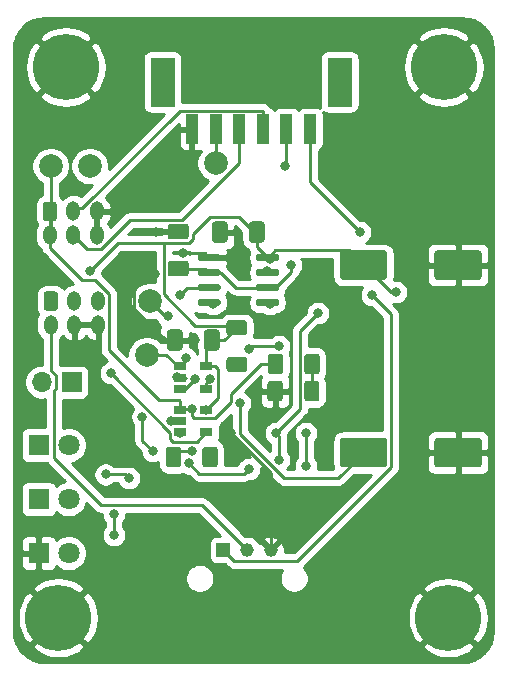
<source format=gbr>
%TF.GenerationSoftware,KiCad,Pcbnew,5.1.10*%
%TF.CreationDate,2021-10-10T20:51:37+02:00*%
%TF.ProjectId,BTS-LogicBoard,4254532d-4c6f-4676-9963-426f6172642e,rev?*%
%TF.SameCoordinates,Original*%
%TF.FileFunction,Copper,L1,Top*%
%TF.FilePolarity,Positive*%
%FSLAX46Y46*%
G04 Gerber Fmt 4.6, Leading zero omitted, Abs format (unit mm)*
G04 Created by KiCad (PCBNEW 5.1.10) date 2021-10-10 20:51:37*
%MOMM*%
%LPD*%
G01*
G04 APERTURE LIST*
%TA.AperFunction,EtchedComponent*%
%ADD10C,0.100000*%
%TD*%
%TA.AperFunction,ComponentPad*%
%ADD11C,1.150000*%
%TD*%
%TA.AperFunction,ComponentPad*%
%ADD12R,1.150000X1.150000*%
%TD*%
%TA.AperFunction,SMDPad,CuDef*%
%ADD13R,1.750000X3.450000*%
%TD*%
%TA.AperFunction,SMDPad,CuDef*%
%ADD14R,1.000000X2.500000*%
%TD*%
%TA.AperFunction,ComponentPad*%
%ADD15O,1.200000X1.650000*%
%TD*%
%TA.AperFunction,ConnectorPad*%
%ADD16C,5.600000*%
%TD*%
%TA.AperFunction,ComponentPad*%
%ADD17C,3.600000*%
%TD*%
%TA.AperFunction,SMDPad,CuDef*%
%ADD18R,1.060000X0.650000*%
%TD*%
%TA.AperFunction,SMDPad,CuDef*%
%ADD19C,2.000000*%
%TD*%
%TA.AperFunction,ComponentPad*%
%ADD20C,1.800000*%
%TD*%
%TA.AperFunction,ComponentPad*%
%ADD21R,1.800000X1.800000*%
%TD*%
%TA.AperFunction,ComponentPad*%
%ADD22O,1.700000X1.700000*%
%TD*%
%TA.AperFunction,ComponentPad*%
%ADD23R,1.700000X1.700000*%
%TD*%
%TA.AperFunction,ViaPad*%
%ADD24C,0.800000*%
%TD*%
%TA.AperFunction,Conductor*%
%ADD25C,0.250000*%
%TD*%
%TA.AperFunction,Conductor*%
%ADD26C,0.254000*%
%TD*%
%TA.AperFunction,Conductor*%
%ADD27C,0.100000*%
%TD*%
G04 APERTURE END LIST*
D10*
%TO.C,J5*%
G36*
X139025000Y-70120000D02*
G01*
X141025000Y-70120000D01*
X141025000Y-74120000D01*
X139025000Y-74120000D01*
X139025000Y-70120000D01*
G37*
X139025000Y-70120000D02*
X141025000Y-70120000D01*
X141025000Y-74120000D01*
X139025000Y-74120000D01*
X139025000Y-70120000D01*
G36*
X124025000Y-70120000D02*
G01*
X126025000Y-70120000D01*
X126025000Y-74120000D01*
X124025000Y-74120000D01*
X124025000Y-70120000D01*
G37*
X124025000Y-70120000D02*
X126025000Y-70120000D01*
X126025000Y-74120000D01*
X124025000Y-74120000D01*
X124025000Y-70120000D01*
%TD*%
D11*
%TO.P,J2,3*%
%TO.N,GND*%
X134175000Y-111760000D03*
%TO.P,J2,2*%
%TO.N,/PSU_ON*%
X132175001Y-111760000D03*
D12*
%TO.P,J2,1*%
%TO.N,+5V*%
X130175000Y-111760000D03*
%TD*%
D13*
%TO.P,J5,7*%
%TO.N,N/C*%
X125025000Y-72120000D03*
X140025000Y-72120000D03*
D14*
%TO.P,J5,1*%
%TO.N,+5V*%
X137525000Y-76120000D03*
%TO.P,J5,2*%
%TO.N,/FAN_TRIGGER*%
X135525000Y-76120000D03*
%TO.P,J5,3*%
%TO.N,/IN+*%
X133525000Y-76120000D03*
%TO.P,J5,4*%
%TO.N,/IN-*%
X131525000Y-76120000D03*
%TO.P,J5,5*%
%TO.N,/VSense*%
X129525000Y-76120000D03*
%TO.P,J5,6*%
%TO.N,GND*%
X127525000Y-76120000D03*
%TD*%
D15*
%TO.P,J4,6*%
%TO.N,GND*%
X119475000Y-85090000D03*
%TO.P,J4,4*%
%TO.N,/IN-*%
X117475000Y-85090000D03*
%TO.P,J4,2*%
%TO.N,/COMP_PWM*%
X115475000Y-85090000D03*
%TO.P,J4,5*%
%TO.N,GND*%
X119475000Y-83090000D03*
%TO.P,J4,3*%
%TO.N,/IN+*%
X117475000Y-83090000D03*
%TO.P,J4,1*%
%TO.N,/COMP_PWM*%
%TA.AperFunction,ComponentPad*%
G36*
G01*
X114875000Y-83665001D02*
X114875000Y-82514999D01*
G75*
G02*
X115124999Y-82265000I249999J0D01*
G01*
X115825001Y-82265000D01*
G75*
G02*
X116075000Y-82514999I0J-249999D01*
G01*
X116075000Y-83665001D01*
G75*
G02*
X115825001Y-83915000I-249999J0D01*
G01*
X115124999Y-83915000D01*
G75*
G02*
X114875000Y-83665001I0J249999D01*
G01*
G37*
%TD.AperFunction*%
%TD*%
%TO.P,J1,6*%
%TO.N,GND*%
X119570000Y-92678000D03*
%TO.P,J1,4*%
X117570000Y-92678000D03*
%TO.P,J1,2*%
%TO.N,/PSU_ON*%
X115570000Y-92678000D03*
%TO.P,J1,5*%
%TO.N,/-Potentiometer*%
X119570000Y-90678000D03*
%TO.P,J1,3*%
%TO.N,/PWM_DCycle_Ref*%
X117570000Y-90678000D03*
%TO.P,J1,1*%
%TO.N,/+Potentiometer*%
%TA.AperFunction,ComponentPad*%
G36*
G01*
X114970000Y-91253001D02*
X114970000Y-90102999D01*
G75*
G02*
X115219999Y-89853000I249999J0D01*
G01*
X115920001Y-89853000D01*
G75*
G02*
X116170000Y-90102999I0J-249999D01*
G01*
X116170000Y-91253001D01*
G75*
G02*
X115920001Y-91503000I-249999J0D01*
G01*
X115219999Y-91503000D01*
G75*
G02*
X114970000Y-91253001I0J249999D01*
G01*
G37*
%TD.AperFunction*%
%TD*%
D16*
%TO.P,H4,1*%
%TO.N,GND*%
X149225000Y-117475000D03*
D17*
X149225000Y-117475000D03*
%TD*%
D18*
%TO.P,U6,5*%
%TO.N,VCC*%
X128735000Y-96205000D03*
%TO.P,U6,4*%
%TO.N,/2.5V*%
X128735000Y-98105000D03*
%TO.P,U6,3*%
%TO.N,Net-(C8-Pad1)*%
X126535000Y-98105000D03*
%TO.P,U6,2*%
%TO.N,GND*%
X126535000Y-97155000D03*
%TO.P,U6,1*%
%TO.N,/FAN_TRIGGER*%
X126535000Y-96205000D03*
%TD*%
D19*
%TO.P,TP5,1*%
%TO.N,/VSense*%
X129540000Y-78994000D03*
%TD*%
%TO.P,TP4,1*%
%TO.N,/FAN_TRIGGER*%
X123698000Y-95250000D03*
%TD*%
%TO.P,TP3,1*%
%TO.N,/PWM_DCycle_Ref*%
X118872000Y-79248000D03*
%TD*%
%TO.P,TP2,1*%
%TO.N,/COMP_PWM*%
X115570000Y-79248000D03*
%TD*%
%TO.P,TP1,1*%
%TO.N,/NE_OUT*%
X123952000Y-90678000D03*
%TD*%
%TO.P,R14,2*%
%TO.N,Net-(Q1-Pad1)*%
%TA.AperFunction,SMDPad,CuDef*%
G36*
G01*
X137018000Y-98923000D02*
X137018000Y-97673000D01*
G75*
G02*
X137268000Y-97423000I250000J0D01*
G01*
X138068000Y-97423000D01*
G75*
G02*
X138318000Y-97673000I0J-250000D01*
G01*
X138318000Y-98923000D01*
G75*
G02*
X138068000Y-99173000I-250000J0D01*
G01*
X137268000Y-99173000D01*
G75*
G02*
X137018000Y-98923000I0J250000D01*
G01*
G37*
%TD.AperFunction*%
%TO.P,R14,1*%
%TO.N,GND*%
%TA.AperFunction,SMDPad,CuDef*%
G36*
G01*
X133918000Y-98923000D02*
X133918000Y-97673000D01*
G75*
G02*
X134168000Y-97423000I250000J0D01*
G01*
X134968000Y-97423000D01*
G75*
G02*
X135218000Y-97673000I0J-250000D01*
G01*
X135218000Y-98923000D01*
G75*
G02*
X134968000Y-99173000I-250000J0D01*
G01*
X134168000Y-99173000D01*
G75*
G02*
X133918000Y-98923000I0J250000D01*
G01*
G37*
%TD.AperFunction*%
%TD*%
%TO.P,R13,2*%
%TO.N,Net-(Q1-Pad1)*%
%TA.AperFunction,SMDPad,CuDef*%
G36*
G01*
X137044000Y-96637000D02*
X137044000Y-95387000D01*
G75*
G02*
X137294000Y-95137000I250000J0D01*
G01*
X138094000Y-95137000D01*
G75*
G02*
X138344000Y-95387000I0J-250000D01*
G01*
X138344000Y-96637000D01*
G75*
G02*
X138094000Y-96887000I-250000J0D01*
G01*
X137294000Y-96887000D01*
G75*
G02*
X137044000Y-96637000I0J250000D01*
G01*
G37*
%TD.AperFunction*%
%TO.P,R13,1*%
%TO.N,/COMP_PWM*%
%TA.AperFunction,SMDPad,CuDef*%
G36*
G01*
X133944000Y-96637000D02*
X133944000Y-95387000D01*
G75*
G02*
X134194000Y-95137000I250000J0D01*
G01*
X134994000Y-95137000D01*
G75*
G02*
X135244000Y-95387000I0J-250000D01*
G01*
X135244000Y-96637000D01*
G75*
G02*
X134994000Y-96887000I-250000J0D01*
G01*
X134194000Y-96887000D01*
G75*
G02*
X133944000Y-96637000I0J250000D01*
G01*
G37*
%TD.AperFunction*%
%TD*%
%TO.P,R5,2*%
%TO.N,/FAN_TRIGGER*%
%TA.AperFunction,SMDPad,CuDef*%
G36*
G01*
X130693000Y-95388000D02*
X131943000Y-95388000D01*
G75*
G02*
X132193000Y-95638000I0J-250000D01*
G01*
X132193000Y-96438000D01*
G75*
G02*
X131943000Y-96688000I-250000J0D01*
G01*
X130693000Y-96688000D01*
G75*
G02*
X130443000Y-96438000I0J250000D01*
G01*
X130443000Y-95638000D01*
G75*
G02*
X130693000Y-95388000I250000J0D01*
G01*
G37*
%TD.AperFunction*%
%TO.P,R5,1*%
%TO.N,VCC*%
%TA.AperFunction,SMDPad,CuDef*%
G36*
G01*
X130693000Y-92288000D02*
X131943000Y-92288000D01*
G75*
G02*
X132193000Y-92538000I0J-250000D01*
G01*
X132193000Y-93338000D01*
G75*
G02*
X131943000Y-93588000I-250000J0D01*
G01*
X130693000Y-93588000D01*
G75*
G02*
X130443000Y-93338000I0J250000D01*
G01*
X130443000Y-92538000D01*
G75*
G02*
X130693000Y-92288000I250000J0D01*
G01*
G37*
%TD.AperFunction*%
%TD*%
%TO.P,R4,2*%
%TO.N,/COMP_PWM*%
%TA.AperFunction,SMDPad,CuDef*%
G36*
G01*
X126608000Y-103261000D02*
X126608000Y-104511000D01*
G75*
G02*
X126358000Y-104761000I-250000J0D01*
G01*
X125558000Y-104761000D01*
G75*
G02*
X125308000Y-104511000I0J250000D01*
G01*
X125308000Y-103261000D01*
G75*
G02*
X125558000Y-103011000I250000J0D01*
G01*
X126358000Y-103011000D01*
G75*
G02*
X126608000Y-103261000I0J-250000D01*
G01*
G37*
%TD.AperFunction*%
%TO.P,R4,1*%
%TO.N,VCC*%
%TA.AperFunction,SMDPad,CuDef*%
G36*
G01*
X129708000Y-103261000D02*
X129708000Y-104511000D01*
G75*
G02*
X129458000Y-104761000I-250000J0D01*
G01*
X128658000Y-104761000D01*
G75*
G02*
X128408000Y-104511000I0J250000D01*
G01*
X128408000Y-103261000D01*
G75*
G02*
X128658000Y-103011000I250000J0D01*
G01*
X129458000Y-103011000D01*
G75*
G02*
X129708000Y-103261000I0J-250000D01*
G01*
G37*
%TD.AperFunction*%
%TD*%
D20*
%TO.P,D4,2*%
%TO.N,Net-(D4-Pad2)*%
X117094000Y-102870000D03*
D21*
%TO.P,D4,1*%
%TO.N,Net-(D4-Pad1)*%
X114554000Y-102870000D03*
%TD*%
D20*
%TO.P,D3,2*%
%TO.N,Net-(D3-Pad2)*%
X117094000Y-112014000D03*
D21*
%TO.P,D3,1*%
%TO.N,GND*%
X114554000Y-112014000D03*
%TD*%
%TO.P,C11,2*%
%TO.N,GND*%
%TA.AperFunction,SMDPad,CuDef*%
G36*
G01*
X126735000Y-93329999D02*
X126735000Y-94630001D01*
G75*
G02*
X126485001Y-94880000I-249999J0D01*
G01*
X125659999Y-94880000D01*
G75*
G02*
X125410000Y-94630001I0J249999D01*
G01*
X125410000Y-93329999D01*
G75*
G02*
X125659999Y-93080000I249999J0D01*
G01*
X126485001Y-93080000D01*
G75*
G02*
X126735000Y-93329999I0J-249999D01*
G01*
G37*
%TD.AperFunction*%
%TO.P,C11,1*%
%TO.N,VCC*%
%TA.AperFunction,SMDPad,CuDef*%
G36*
G01*
X129860000Y-93329999D02*
X129860000Y-94630001D01*
G75*
G02*
X129610001Y-94880000I-249999J0D01*
G01*
X128784999Y-94880000D01*
G75*
G02*
X128535000Y-94630001I0J249999D01*
G01*
X128535000Y-93329999D01*
G75*
G02*
X128784999Y-93080000I249999J0D01*
G01*
X129610001Y-93080000D01*
G75*
G02*
X129860000Y-93329999I0J-249999D01*
G01*
G37*
%TD.AperFunction*%
%TD*%
%TO.P,C9,2*%
%TO.N,GND*%
%TA.AperFunction,SMDPad,CuDef*%
G36*
G01*
X130545000Y-84185999D02*
X130545000Y-85486001D01*
G75*
G02*
X130295001Y-85736000I-249999J0D01*
G01*
X129469999Y-85736000D01*
G75*
G02*
X129220000Y-85486001I0J249999D01*
G01*
X129220000Y-84185999D01*
G75*
G02*
X129469999Y-83936000I249999J0D01*
G01*
X130295001Y-83936000D01*
G75*
G02*
X130545000Y-84185999I0J-249999D01*
G01*
G37*
%TD.AperFunction*%
%TO.P,C9,1*%
%TO.N,VCC*%
%TA.AperFunction,SMDPad,CuDef*%
G36*
G01*
X133670000Y-84185999D02*
X133670000Y-85486001D01*
G75*
G02*
X133420001Y-85736000I-249999J0D01*
G01*
X132594999Y-85736000D01*
G75*
G02*
X132345000Y-85486001I0J249999D01*
G01*
X132345000Y-84185999D01*
G75*
G02*
X132594999Y-83936000I249999J0D01*
G01*
X133420001Y-83936000D01*
G75*
G02*
X133670000Y-84185999I0J-249999D01*
G01*
G37*
%TD.AperFunction*%
%TD*%
%TO.P,C8,2*%
%TO.N,GND*%
%TA.AperFunction,SMDPad,CuDef*%
G36*
G01*
X148050000Y-104505000D02*
X148050000Y-102505000D01*
G75*
G02*
X148300000Y-102255000I250000J0D01*
G01*
X151800000Y-102255000D01*
G75*
G02*
X152050000Y-102505000I0J-250000D01*
G01*
X152050000Y-104505000D01*
G75*
G02*
X151800000Y-104755000I-250000J0D01*
G01*
X148300000Y-104755000D01*
G75*
G02*
X148050000Y-104505000I0J250000D01*
G01*
G37*
%TD.AperFunction*%
%TO.P,C8,1*%
%TO.N,Net-(C8-Pad1)*%
%TA.AperFunction,SMDPad,CuDef*%
G36*
G01*
X140050000Y-104505000D02*
X140050000Y-102505000D01*
G75*
G02*
X140300000Y-102255000I250000J0D01*
G01*
X143800000Y-102255000D01*
G75*
G02*
X144050000Y-102505000I0J-250000D01*
G01*
X144050000Y-104505000D01*
G75*
G02*
X143800000Y-104755000I-250000J0D01*
G01*
X140300000Y-104755000D01*
G75*
G02*
X140050000Y-104505000I0J250000D01*
G01*
G37*
%TD.AperFunction*%
%TD*%
D16*
%TO.P,H3,1*%
%TO.N,GND*%
X116205000Y-117475000D03*
D17*
X116205000Y-117475000D03*
%TD*%
D16*
%TO.P,H2,1*%
%TO.N,GND*%
X148844000Y-70866000D03*
D17*
X148844000Y-70866000D03*
%TD*%
D16*
%TO.P,H1,1*%
%TO.N,GND*%
X116840000Y-70866000D03*
D17*
X116840000Y-70866000D03*
%TD*%
%TO.P,U2,8*%
%TO.N,VCC*%
%TA.AperFunction,SMDPad,CuDef*%
G36*
G01*
X132945000Y-87145000D02*
X132945000Y-86845000D01*
G75*
G02*
X133095000Y-86695000I150000J0D01*
G01*
X134745000Y-86695000D01*
G75*
G02*
X134895000Y-86845000I0J-150000D01*
G01*
X134895000Y-87145000D01*
G75*
G02*
X134745000Y-87295000I-150000J0D01*
G01*
X133095000Y-87295000D01*
G75*
G02*
X132945000Y-87145000I0J150000D01*
G01*
G37*
%TD.AperFunction*%
%TO.P,U2,7*%
%TO.N,Net-(R12-Pad2)*%
%TA.AperFunction,SMDPad,CuDef*%
G36*
G01*
X132945000Y-88415000D02*
X132945000Y-88115000D01*
G75*
G02*
X133095000Y-87965000I150000J0D01*
G01*
X134745000Y-87965000D01*
G75*
G02*
X134895000Y-88115000I0J-150000D01*
G01*
X134895000Y-88415000D01*
G75*
G02*
X134745000Y-88565000I-150000J0D01*
G01*
X133095000Y-88565000D01*
G75*
G02*
X132945000Y-88415000I0J150000D01*
G01*
G37*
%TD.AperFunction*%
%TO.P,U2,6*%
%TO.N,/Threshold*%
%TA.AperFunction,SMDPad,CuDef*%
G36*
G01*
X132945000Y-89685000D02*
X132945000Y-89385000D01*
G75*
G02*
X133095000Y-89235000I150000J0D01*
G01*
X134745000Y-89235000D01*
G75*
G02*
X134895000Y-89385000I0J-150000D01*
G01*
X134895000Y-89685000D01*
G75*
G02*
X134745000Y-89835000I-150000J0D01*
G01*
X133095000Y-89835000D01*
G75*
G02*
X132945000Y-89685000I0J150000D01*
G01*
G37*
%TD.AperFunction*%
%TO.P,U2,5*%
%TO.N,Net-(C6-Pad1)*%
%TA.AperFunction,SMDPad,CuDef*%
G36*
G01*
X132945000Y-90955000D02*
X132945000Y-90655000D01*
G75*
G02*
X133095000Y-90505000I150000J0D01*
G01*
X134745000Y-90505000D01*
G75*
G02*
X134895000Y-90655000I0J-150000D01*
G01*
X134895000Y-90955000D01*
G75*
G02*
X134745000Y-91105000I-150000J0D01*
G01*
X133095000Y-91105000D01*
G75*
G02*
X132945000Y-90955000I0J150000D01*
G01*
G37*
%TD.AperFunction*%
%TO.P,U2,4*%
%TO.N,/NE555_RST*%
%TA.AperFunction,SMDPad,CuDef*%
G36*
G01*
X127995000Y-90955000D02*
X127995000Y-90655000D01*
G75*
G02*
X128145000Y-90505000I150000J0D01*
G01*
X129795000Y-90505000D01*
G75*
G02*
X129945000Y-90655000I0J-150000D01*
G01*
X129945000Y-90955000D01*
G75*
G02*
X129795000Y-91105000I-150000J0D01*
G01*
X128145000Y-91105000D01*
G75*
G02*
X127995000Y-90955000I0J150000D01*
G01*
G37*
%TD.AperFunction*%
%TO.P,U2,3*%
%TO.N,/NE_OUT*%
%TA.AperFunction,SMDPad,CuDef*%
G36*
G01*
X127995000Y-89685000D02*
X127995000Y-89385000D01*
G75*
G02*
X128145000Y-89235000I150000J0D01*
G01*
X129795000Y-89235000D01*
G75*
G02*
X129945000Y-89385000I0J-150000D01*
G01*
X129945000Y-89685000D01*
G75*
G02*
X129795000Y-89835000I-150000J0D01*
G01*
X128145000Y-89835000D01*
G75*
G02*
X127995000Y-89685000I0J150000D01*
G01*
G37*
%TD.AperFunction*%
%TO.P,U2,2*%
%TO.N,/Threshold*%
%TA.AperFunction,SMDPad,CuDef*%
G36*
G01*
X127995000Y-88415000D02*
X127995000Y-88115000D01*
G75*
G02*
X128145000Y-87965000I150000J0D01*
G01*
X129795000Y-87965000D01*
G75*
G02*
X129945000Y-88115000I0J-150000D01*
G01*
X129945000Y-88415000D01*
G75*
G02*
X129795000Y-88565000I-150000J0D01*
G01*
X128145000Y-88565000D01*
G75*
G02*
X127995000Y-88415000I0J150000D01*
G01*
G37*
%TD.AperFunction*%
%TO.P,U2,1*%
%TO.N,GND*%
%TA.AperFunction,SMDPad,CuDef*%
G36*
G01*
X127995000Y-87145000D02*
X127995000Y-86845000D01*
G75*
G02*
X128145000Y-86695000I150000J0D01*
G01*
X129795000Y-86695000D01*
G75*
G02*
X129945000Y-86845000I0J-150000D01*
G01*
X129945000Y-87145000D01*
G75*
G02*
X129795000Y-87295000I-150000J0D01*
G01*
X128145000Y-87295000D01*
G75*
G02*
X127995000Y-87145000I0J150000D01*
G01*
G37*
%TD.AperFunction*%
%TD*%
D18*
%TO.P,U1,5*%
%TO.N,VCC*%
X128735000Y-99888000D03*
%TO.P,U1,4*%
%TO.N,/PWM_DCycle_Ref*%
X128735000Y-101788000D03*
%TO.P,U1,3*%
%TO.N,/Sawtooth*%
X126535000Y-101788000D03*
%TO.P,U1,2*%
%TO.N,GND*%
X126535000Y-100838000D03*
%TO.P,U1,1*%
%TO.N,/COMP_PWM*%
X126535000Y-99888000D03*
%TD*%
D22*
%TO.P,J3,2*%
%TO.N,GND1*%
X114808000Y-97536000D03*
D23*
%TO.P,J3,1*%
%TO.N,/EnableSignal*%
X117348000Y-97536000D03*
%TD*%
D20*
%TO.P,D1,2*%
%TO.N,Net-(D1-Pad2)*%
X117094000Y-107442000D03*
D21*
%TO.P,D1,1*%
%TO.N,Net-(D1-Pad1)*%
X114554000Y-107442000D03*
%TD*%
%TO.P,C7,2*%
%TO.N,GND*%
%TA.AperFunction,SMDPad,CuDef*%
G36*
G01*
X127015003Y-85460000D02*
X125714997Y-85460000D01*
G75*
G02*
X125465000Y-85210003I0J249997D01*
G01*
X125465000Y-84384997D01*
G75*
G02*
X125714997Y-84135000I249997J0D01*
G01*
X127015003Y-84135000D01*
G75*
G02*
X127265000Y-84384997I0J-249997D01*
G01*
X127265000Y-85210003D01*
G75*
G02*
X127015003Y-85460000I-249997J0D01*
G01*
G37*
%TD.AperFunction*%
%TO.P,C7,1*%
%TO.N,/Threshold*%
%TA.AperFunction,SMDPad,CuDef*%
G36*
G01*
X127015003Y-88585000D02*
X125714997Y-88585000D01*
G75*
G02*
X125465000Y-88335003I0J249997D01*
G01*
X125465000Y-87509997D01*
G75*
G02*
X125714997Y-87260000I249997J0D01*
G01*
X127015003Y-87260000D01*
G75*
G02*
X127265000Y-87509997I0J-249997D01*
G01*
X127265000Y-88335003D01*
G75*
G02*
X127015003Y-88585000I-249997J0D01*
G01*
G37*
%TD.AperFunction*%
%TD*%
%TO.P,C5,2*%
%TO.N,GND*%
%TA.AperFunction,SMDPad,CuDef*%
G36*
G01*
X148050000Y-88630000D02*
X148050000Y-86630000D01*
G75*
G02*
X148300000Y-86380000I250000J0D01*
G01*
X151800000Y-86380000D01*
G75*
G02*
X152050000Y-86630000I0J-250000D01*
G01*
X152050000Y-88630000D01*
G75*
G02*
X151800000Y-88880000I-250000J0D01*
G01*
X148300000Y-88880000D01*
G75*
G02*
X148050000Y-88630000I0J250000D01*
G01*
G37*
%TD.AperFunction*%
%TO.P,C5,1*%
%TO.N,VCC*%
%TA.AperFunction,SMDPad,CuDef*%
G36*
G01*
X140050000Y-88630000D02*
X140050000Y-86630000D01*
G75*
G02*
X140300000Y-86380000I250000J0D01*
G01*
X143800000Y-86380000D01*
G75*
G02*
X144050000Y-86630000I0J-250000D01*
G01*
X144050000Y-88630000D01*
G75*
G02*
X143800000Y-88880000I-250000J0D01*
G01*
X140300000Y-88880000D01*
G75*
G02*
X140050000Y-88630000I0J250000D01*
G01*
G37*
%TD.AperFunction*%
%TD*%
D24*
%TO.N,GND*%
X149860000Y-103886000D03*
X126238000Y-97130002D03*
X124460000Y-84836000D03*
X126746000Y-86614000D03*
X133350000Y-101600000D03*
X126212714Y-93980000D03*
X124206000Y-106680000D03*
X134620000Y-98044000D03*
X124414990Y-88392000D03*
X127762000Y-93980000D03*
X130810000Y-101854000D03*
X125734653Y-100833347D03*
%TO.N,+5V*%
X141732000Y-84836000D03*
X142748000Y-90170000D03*
%TO.N,Net-(C6-Pad1)*%
X134112000Y-90932000D03*
%TO.N,/Threshold*%
X135890000Y-87630000D03*
%TO.N,Net-(D4-Pad1)*%
X120204705Y-105357658D03*
X122174000Y-105664000D03*
X137160000Y-104648000D03*
X137159994Y-101854000D03*
%TO.N,/FAN_TRIGGER*%
X131064000Y-96012000D03*
X135382000Y-79248000D03*
X127000000Y-95504000D03*
%TO.N,Net-(Q1-Pad1)*%
X137668000Y-96012000D03*
%TO.N,/2.5V*%
X134874000Y-94488000D03*
X132334000Y-94742000D03*
X129032000Y-97282000D03*
%TO.N,Net-(C8-Pad1)*%
X141224000Y-103886000D03*
X127762000Y-97282000D03*
X131572000Y-99314000D03*
%TO.N,Net-(R20-Pad1)*%
X124206000Y-103378000D03*
X123325340Y-100474660D03*
%TO.N,VCC*%
X129032000Y-103886000D03*
X120904000Y-108679010D03*
X120904000Y-110490004D03*
X118872000Y-88138000D03*
X134112000Y-87122000D03*
X144780000Y-89916000D03*
X128735000Y-99888016D03*
%TO.N,/PWM_DCycle_Ref*%
X118872000Y-79248000D03*
X120650000Y-96774000D03*
%TO.N,/COMP_PWM*%
X127508000Y-103378000D03*
X127508000Y-99822000D03*
%TO.N,Net-(R12-Pad2)*%
X133858000Y-88138000D03*
%TO.N,/Sawtooth*%
X138176000Y-91694000D03*
X126492000Y-101854000D03*
X127275748Y-104415748D03*
X134874000Y-104140000D03*
X134620000Y-101854000D03*
X132334000Y-104902000D03*
%TO.N,/NE_OUT*%
X125476000Y-91948000D03*
X126492000Y-90170000D03*
%TO.N,/NE555_RST*%
X129286000Y-90932000D03*
%TD*%
D25*
%TO.N,GND*%
X149860000Y-103695000D02*
X150050000Y-103505000D01*
X149860000Y-103886000D02*
X149860000Y-103695000D01*
X126262998Y-97155000D02*
X126238000Y-97130002D01*
X126535000Y-97155000D02*
X126262998Y-97155000D01*
X126326500Y-84836000D02*
X126365000Y-84797500D01*
X124460000Y-84836000D02*
X126326500Y-84836000D01*
X128589000Y-86614000D02*
X128970000Y-86995000D01*
X126746000Y-86614000D02*
X128589000Y-86614000D01*
X134568000Y-100382000D02*
X133350000Y-101600000D01*
X134568000Y-98298000D02*
X134568000Y-100382000D01*
X134568000Y-98298000D02*
X134568000Y-98096000D01*
X134568000Y-98096000D02*
X134620000Y-98044000D01*
X122626999Y-91314001D02*
X122626999Y-89463001D01*
X125292998Y-93980000D02*
X122626999Y-91314001D01*
X126212714Y-93980000D02*
X125292998Y-93980000D01*
X123698000Y-88392000D02*
X124414990Y-88392000D01*
X122626999Y-89463001D02*
X123698000Y-88392000D01*
X126212714Y-93980000D02*
X127762000Y-93980000D01*
X126535000Y-97155000D02*
X127025002Y-97155000D01*
X134175000Y-111760000D02*
X134175000Y-105219000D01*
X134175000Y-105219000D02*
X130810000Y-101854000D01*
X125739306Y-100838000D02*
X125734653Y-100833347D01*
X126535000Y-100838000D02*
X125739306Y-100838000D01*
%TO.N,+5V*%
X137525000Y-76120000D02*
X137525000Y-80629000D01*
X137525000Y-80629000D02*
X141732000Y-84836000D01*
X144375010Y-91797010D02*
X142748000Y-90170000D01*
X144375010Y-104743180D02*
X144375010Y-91797010D01*
X136458189Y-112660001D02*
X144375010Y-104743180D01*
X131075001Y-112660001D02*
X136458189Y-112660001D01*
X130175000Y-111760000D02*
X131075001Y-112660001D01*
%TO.N,Net-(C6-Pad1)*%
X133985000Y-90805000D02*
X134112000Y-90932000D01*
X133920000Y-90805000D02*
X133985000Y-90805000D01*
%TO.N,/Threshold*%
X134550685Y-89535000D02*
X133920000Y-89535000D01*
X135890000Y-88195685D02*
X134550685Y-89535000D01*
X135890000Y-87630000D02*
X135890000Y-88195685D01*
X128627500Y-87922500D02*
X128970000Y-88265000D01*
X126365000Y-87922500D02*
X128627500Y-87922500D01*
X131215000Y-89535000D02*
X133920000Y-89535000D01*
X129945000Y-88265000D02*
X131215000Y-89535000D01*
X128970000Y-88265000D02*
X129945000Y-88265000D01*
%TO.N,Net-(D4-Pad1)*%
X121867658Y-105357658D02*
X122174000Y-105664000D01*
X120204705Y-105357658D02*
X121867658Y-105357658D01*
X137160000Y-101854006D02*
X137159994Y-101854000D01*
X137160000Y-104648000D02*
X137160000Y-101854006D01*
%TO.N,/FAN_TRIGGER*%
X135525000Y-76120000D02*
X135525000Y-79105000D01*
X135525000Y-79105000D02*
X135382000Y-79248000D01*
X126535000Y-96205000D02*
X127000000Y-95740000D01*
X127000000Y-95740000D02*
X127000000Y-95504000D01*
X126321213Y-96205000D02*
X126535000Y-96205000D01*
X125366213Y-95250000D02*
X126321213Y-96205000D01*
X123698000Y-95250000D02*
X125366213Y-95250000D01*
%TO.N,/IN+*%
X117761000Y-82804000D02*
X117475000Y-83090000D01*
X118227839Y-82804000D02*
X117761000Y-82804000D01*
X126486840Y-74544999D02*
X118227839Y-82804000D01*
X133449999Y-74544999D02*
X126486840Y-74544999D01*
X133525000Y-74620000D02*
X133449999Y-74544999D01*
X133525000Y-76120000D02*
X133525000Y-74620000D01*
%TO.N,/IN-*%
X118625010Y-86240010D02*
X117475000Y-85090000D01*
X119858151Y-86240010D02*
X118625010Y-86240010D01*
X122288171Y-83809990D02*
X119858151Y-86240010D01*
X126685012Y-83809990D02*
X122288171Y-83809990D01*
X131525000Y-78970002D02*
X126685012Y-83809990D01*
X131525000Y-76120000D02*
X131525000Y-78970002D01*
%TO.N,/VSense*%
X129525000Y-78979000D02*
X129540000Y-78994000D01*
X129525000Y-76120000D02*
X129525000Y-78979000D01*
%TO.N,/PSU_ON*%
X128369010Y-107954009D02*
X132175001Y-111760000D01*
X119857007Y-107954009D02*
X128369010Y-107954009D01*
X115868999Y-103966001D02*
X119857007Y-107954009D01*
X115983001Y-98100001D02*
X115868999Y-98214003D01*
X115983001Y-96971999D02*
X115983001Y-98100001D01*
X115570000Y-96558998D02*
X115983001Y-96971999D01*
X115868999Y-98214003D02*
X115868999Y-103966001D01*
X115570000Y-92678000D02*
X115570000Y-96558998D01*
%TO.N,Net-(Q1-Pad1)*%
X137668000Y-96012000D02*
X137668000Y-98298000D01*
X137668000Y-96038000D02*
X137694000Y-96012000D01*
X137668000Y-98298000D02*
X137668000Y-96038000D01*
%TO.N,/2.5V*%
X134874000Y-94488000D02*
X132588000Y-94488000D01*
X132588000Y-94488000D02*
X132334000Y-94742000D01*
X128735000Y-97579000D02*
X129032000Y-97282000D01*
X128735000Y-98105000D02*
X128735000Y-97579000D01*
%TO.N,Net-(C8-Pad1)*%
X141669000Y-103886000D02*
X141224000Y-103886000D01*
X142050000Y-103505000D02*
X141669000Y-103886000D01*
X126939000Y-98105000D02*
X127762000Y-97282000D01*
X126535000Y-98105000D02*
X126939000Y-98105000D01*
X139927998Y-105627002D02*
X135288000Y-105627002D01*
X131572000Y-101911002D02*
X131572000Y-99314000D01*
X135288000Y-105627002D02*
X131572000Y-101911002D01*
X142050000Y-103505000D02*
X139927998Y-105627002D01*
%TO.N,Net-(R20-Pad1)*%
X123325340Y-102497340D02*
X123325340Y-100474660D01*
X124206000Y-103378000D02*
X123325340Y-102497340D01*
%TO.N,VCC*%
X128735000Y-94442500D02*
X129197500Y-93980000D01*
X128735000Y-96205000D02*
X128735000Y-94442500D01*
X130276000Y-93980000D02*
X131318000Y-92938000D01*
X129197500Y-93980000D02*
X130276000Y-93980000D01*
X120904000Y-108679010D02*
X120904000Y-110490004D01*
X118872000Y-88138000D02*
X121224990Y-85785010D01*
X133007500Y-86082500D02*
X133920000Y-86995000D01*
X133007500Y-85090000D02*
X133007500Y-86082500D01*
X133985000Y-86995000D02*
X134112000Y-87122000D01*
X133920000Y-86995000D02*
X133985000Y-86995000D01*
X144336000Y-89916000D02*
X144780000Y-89916000D01*
X142050000Y-87630000D02*
X144336000Y-89916000D01*
X140780000Y-86360000D02*
X134555000Y-86360000D01*
X134555000Y-86360000D02*
X133920000Y-86995000D01*
X142050000Y-87630000D02*
X140780000Y-86360000D01*
X121224990Y-85785010D02*
X125155010Y-85785010D01*
X125139990Y-85800030D02*
X125155010Y-85785010D01*
X125139990Y-90087990D02*
X125139990Y-85800030D01*
X127806990Y-92754990D02*
X125139990Y-90087990D01*
X131134990Y-92754990D02*
X127806990Y-92754990D01*
X131318000Y-92938000D02*
X131134990Y-92754990D01*
X127590010Y-85007990D02*
X129032000Y-83566000D01*
X129032000Y-83566000D02*
X131483500Y-83566000D01*
X127590010Y-85448180D02*
X127590010Y-85007990D01*
X131483500Y-83566000D02*
X133007500Y-85090000D01*
X127253180Y-85785010D02*
X127590010Y-85448180D01*
X125155010Y-85785010D02*
X127253180Y-85785010D01*
X129757001Y-98866015D02*
X128735000Y-99888016D01*
X129757001Y-96447001D02*
X129757001Y-98866015D01*
X129515000Y-96205000D02*
X129757001Y-96447001D01*
X128735000Y-96205000D02*
X129515000Y-96205000D01*
%TO.N,/PWM_DCycle_Ref*%
X127943999Y-102579001D02*
X128735000Y-101788000D01*
X125679999Y-101803999D02*
X125679999Y-102373001D01*
X125885999Y-102579001D02*
X127943999Y-102579001D01*
X120650000Y-96774000D02*
X125679999Y-101803999D01*
X125679999Y-102373001D02*
X125885999Y-102579001D01*
%TO.N,/COMP_PWM*%
X115475000Y-83090000D02*
X115475000Y-85090000D01*
X115570000Y-84995000D02*
X115475000Y-85090000D01*
X115570000Y-79248000D02*
X115570000Y-84995000D01*
X118173001Y-88863001D02*
X115475000Y-86165000D01*
X124714000Y-99060000D02*
X120495010Y-94841010D01*
X120495010Y-94841010D02*
X120495010Y-90069849D01*
X120495010Y-90069849D02*
X119288162Y-88863001D01*
X126466998Y-99060000D02*
X124714000Y-99060000D01*
X115475000Y-86165000D02*
X115475000Y-85090000D01*
X119288162Y-88863001D02*
X118173001Y-88863001D01*
X126466000Y-103378000D02*
X127508000Y-103378000D01*
X125958000Y-103886000D02*
X126466000Y-103378000D01*
X126601000Y-99822000D02*
X126535000Y-99888000D01*
X127508000Y-99822000D02*
X126601000Y-99822000D01*
X126535000Y-99128002D02*
X126466998Y-99060000D01*
X126535000Y-99888000D02*
X126535000Y-99128002D01*
X133944000Y-96012000D02*
X134594000Y-96012000D01*
X133350000Y-96012000D02*
X133944000Y-96012000D01*
X130810000Y-98552000D02*
X133350000Y-96012000D01*
X130810000Y-99253002D02*
X130810000Y-98552000D01*
X129449985Y-100613017D02*
X130810000Y-99253002D01*
X127733332Y-100613017D02*
X129449985Y-100613017D01*
X127508000Y-99822000D02*
X127508000Y-100387685D01*
X127508000Y-100387685D02*
X127733332Y-100613017D01*
%TO.N,/Sawtooth*%
X136692990Y-93177010D02*
X136692990Y-99781010D01*
X134874000Y-102108000D02*
X134620000Y-101854000D01*
X134874000Y-104140000D02*
X134874000Y-102108000D01*
X138176000Y-91694000D02*
X136692990Y-93177010D01*
X136692990Y-99781010D02*
X134620000Y-101854000D01*
X127275748Y-104415748D02*
X128161999Y-105301999D01*
X128161999Y-105301999D02*
X131934001Y-105301999D01*
X131934001Y-105301999D02*
X132334000Y-104902000D01*
%TO.N,/NE_OUT*%
X123952000Y-90678000D02*
X125222000Y-91948000D01*
X125222000Y-91948000D02*
X125476000Y-91948000D01*
X127127000Y-89535000D02*
X126492000Y-90170000D01*
X128970000Y-89535000D02*
X127127000Y-89535000D01*
%TO.N,/NE555_RST*%
X129097000Y-90932000D02*
X128970000Y-90805000D01*
X129286000Y-90932000D02*
X129097000Y-90932000D01*
%TD*%
D26*
%TO.N,GND*%
X150880551Y-66753421D02*
X151373580Y-66902275D01*
X151828313Y-67144061D01*
X152227410Y-67469557D01*
X152555694Y-67866384D01*
X152800644Y-68319410D01*
X152952938Y-68811392D01*
X153010000Y-69354295D01*
X153010001Y-118585711D01*
X152956579Y-119130552D01*
X152807724Y-119623584D01*
X152565939Y-120078313D01*
X152240443Y-120477410D01*
X151843616Y-120805694D01*
X151390590Y-121050644D01*
X150898608Y-121202938D01*
X150355704Y-121260000D01*
X115094279Y-121260000D01*
X114549448Y-121206579D01*
X114056416Y-121057724D01*
X113601687Y-120815939D01*
X113202590Y-120490443D01*
X112874306Y-120093616D01*
X112765013Y-119891481D01*
X113968124Y-119891481D01*
X114280308Y-120340177D01*
X114876259Y-120660612D01*
X115523273Y-120858626D01*
X116196484Y-120926610D01*
X116870023Y-120861949D01*
X117518006Y-120667130D01*
X118115530Y-120349639D01*
X118129692Y-120340177D01*
X118441876Y-119891481D01*
X146988124Y-119891481D01*
X147300308Y-120340177D01*
X147896259Y-120660612D01*
X148543273Y-120858626D01*
X149216484Y-120926610D01*
X149890023Y-120861949D01*
X150538006Y-120667130D01*
X151135530Y-120349639D01*
X151149692Y-120340177D01*
X151461876Y-119891481D01*
X149225000Y-117654605D01*
X146988124Y-119891481D01*
X118441876Y-119891481D01*
X116205000Y-117654605D01*
X113968124Y-119891481D01*
X112765013Y-119891481D01*
X112629356Y-119640590D01*
X112477062Y-119148608D01*
X112420000Y-118605704D01*
X112420000Y-117466484D01*
X112753390Y-117466484D01*
X112818051Y-118140023D01*
X113012870Y-118788006D01*
X113330361Y-119385530D01*
X113339823Y-119399692D01*
X113788519Y-119711876D01*
X116025395Y-117475000D01*
X116384605Y-117475000D01*
X118621481Y-119711876D01*
X119070177Y-119399692D01*
X119390612Y-118803741D01*
X119588626Y-118156727D01*
X119656610Y-117483516D01*
X119654975Y-117466484D01*
X145773390Y-117466484D01*
X145838051Y-118140023D01*
X146032870Y-118788006D01*
X146350361Y-119385530D01*
X146359823Y-119399692D01*
X146808519Y-119711876D01*
X149045395Y-117475000D01*
X149404605Y-117475000D01*
X151641481Y-119711876D01*
X152090177Y-119399692D01*
X152410612Y-118803741D01*
X152608626Y-118156727D01*
X152676610Y-117483516D01*
X152611949Y-116809977D01*
X152417130Y-116161994D01*
X152099639Y-115564470D01*
X152090177Y-115550308D01*
X151641481Y-115238124D01*
X149404605Y-117475000D01*
X149045395Y-117475000D01*
X146808519Y-115238124D01*
X146359823Y-115550308D01*
X146039388Y-116146259D01*
X145841374Y-116793273D01*
X145773390Y-117466484D01*
X119654975Y-117466484D01*
X119591949Y-116809977D01*
X119397130Y-116161994D01*
X119079639Y-115564470D01*
X119070177Y-115550308D01*
X118621481Y-115238124D01*
X116384605Y-117475000D01*
X116025395Y-117475000D01*
X113788519Y-115238124D01*
X113339823Y-115550308D01*
X113019388Y-116146259D01*
X112821374Y-116793273D01*
X112753390Y-117466484D01*
X112420000Y-117466484D01*
X112420000Y-115058519D01*
X113968124Y-115058519D01*
X116205000Y-117295395D01*
X118441876Y-115058519D01*
X118129692Y-114609823D01*
X117533741Y-114289388D01*
X116886727Y-114091374D01*
X116361787Y-114038363D01*
X126940002Y-114038363D01*
X126940002Y-114281637D01*
X126987462Y-114520236D01*
X127080559Y-114744992D01*
X127215715Y-114947267D01*
X127387735Y-115119287D01*
X127590010Y-115254443D01*
X127814766Y-115347540D01*
X128053365Y-115395000D01*
X128296639Y-115395000D01*
X128535238Y-115347540D01*
X128759994Y-115254443D01*
X128962269Y-115119287D01*
X129134289Y-114947267D01*
X129269445Y-114744992D01*
X129362542Y-114520236D01*
X129410002Y-114281637D01*
X129410002Y-114038363D01*
X129362542Y-113799764D01*
X129269445Y-113575008D01*
X129134289Y-113372733D01*
X128962269Y-113200713D01*
X128759994Y-113065557D01*
X128535238Y-112972460D01*
X128296639Y-112925000D01*
X128053365Y-112925000D01*
X127814766Y-112972460D01*
X127590010Y-113065557D01*
X127387735Y-113200713D01*
X127215715Y-113372733D01*
X127080559Y-113575008D01*
X126987462Y-113799764D01*
X126940002Y-114038363D01*
X116361787Y-114038363D01*
X116213516Y-114023390D01*
X115539977Y-114088051D01*
X114891994Y-114282870D01*
X114294470Y-114600361D01*
X114280308Y-114609823D01*
X113968124Y-115058519D01*
X112420000Y-115058519D01*
X112420000Y-112914000D01*
X113015928Y-112914000D01*
X113028188Y-113038482D01*
X113064498Y-113158180D01*
X113123463Y-113268494D01*
X113202815Y-113365185D01*
X113299506Y-113444537D01*
X113409820Y-113503502D01*
X113529518Y-113539812D01*
X113654000Y-113552072D01*
X114268250Y-113549000D01*
X114427000Y-113390250D01*
X114427000Y-112141000D01*
X113177750Y-112141000D01*
X113019000Y-112299750D01*
X113015928Y-112914000D01*
X112420000Y-112914000D01*
X112420000Y-111114000D01*
X113015928Y-111114000D01*
X113019000Y-111728250D01*
X113177750Y-111887000D01*
X114427000Y-111887000D01*
X114427000Y-110637750D01*
X114681000Y-110637750D01*
X114681000Y-111887000D01*
X114701000Y-111887000D01*
X114701000Y-112141000D01*
X114681000Y-112141000D01*
X114681000Y-113390250D01*
X114839750Y-113549000D01*
X115454000Y-113552072D01*
X115578482Y-113539812D01*
X115698180Y-113503502D01*
X115808494Y-113444537D01*
X115905185Y-113365185D01*
X115984537Y-113268494D01*
X116043502Y-113158180D01*
X116049056Y-113139873D01*
X116115495Y-113206312D01*
X116366905Y-113374299D01*
X116646257Y-113490011D01*
X116942816Y-113549000D01*
X117245184Y-113549000D01*
X117541743Y-113490011D01*
X117821095Y-113374299D01*
X118072505Y-113206312D01*
X118286312Y-112992505D01*
X118454299Y-112741095D01*
X118570011Y-112461743D01*
X118629000Y-112165184D01*
X118629000Y-111862816D01*
X118570011Y-111566257D01*
X118454299Y-111286905D01*
X118286312Y-111035495D01*
X118072505Y-110821688D01*
X117821095Y-110653701D01*
X117541743Y-110537989D01*
X117245184Y-110479000D01*
X116942816Y-110479000D01*
X116646257Y-110537989D01*
X116366905Y-110653701D01*
X116115495Y-110821688D01*
X116049056Y-110888127D01*
X116043502Y-110869820D01*
X115984537Y-110759506D01*
X115905185Y-110662815D01*
X115808494Y-110583463D01*
X115698180Y-110524498D01*
X115578482Y-110488188D01*
X115454000Y-110475928D01*
X114839750Y-110479000D01*
X114681000Y-110637750D01*
X114427000Y-110637750D01*
X114268250Y-110479000D01*
X113654000Y-110475928D01*
X113529518Y-110488188D01*
X113409820Y-110524498D01*
X113299506Y-110583463D01*
X113202815Y-110662815D01*
X113123463Y-110759506D01*
X113064498Y-110869820D01*
X113028188Y-110989518D01*
X113015928Y-111114000D01*
X112420000Y-111114000D01*
X112420000Y-101970000D01*
X113015928Y-101970000D01*
X113015928Y-103770000D01*
X113028188Y-103894482D01*
X113064498Y-104014180D01*
X113123463Y-104124494D01*
X113202815Y-104221185D01*
X113299506Y-104300537D01*
X113409820Y-104359502D01*
X113529518Y-104395812D01*
X113654000Y-104408072D01*
X115248629Y-104408072D01*
X115305200Y-104477003D01*
X115328999Y-104506002D01*
X115357997Y-104529800D01*
X116769643Y-105941446D01*
X116646257Y-105965989D01*
X116366905Y-106081701D01*
X116115495Y-106249688D01*
X116049056Y-106316127D01*
X116043502Y-106297820D01*
X115984537Y-106187506D01*
X115905185Y-106090815D01*
X115808494Y-106011463D01*
X115698180Y-105952498D01*
X115578482Y-105916188D01*
X115454000Y-105903928D01*
X113654000Y-105903928D01*
X113529518Y-105916188D01*
X113409820Y-105952498D01*
X113299506Y-106011463D01*
X113202815Y-106090815D01*
X113123463Y-106187506D01*
X113064498Y-106297820D01*
X113028188Y-106417518D01*
X113015928Y-106542000D01*
X113015928Y-108342000D01*
X113028188Y-108466482D01*
X113064498Y-108586180D01*
X113123463Y-108696494D01*
X113202815Y-108793185D01*
X113299506Y-108872537D01*
X113409820Y-108931502D01*
X113529518Y-108967812D01*
X113654000Y-108980072D01*
X115454000Y-108980072D01*
X115578482Y-108967812D01*
X115698180Y-108931502D01*
X115808494Y-108872537D01*
X115905185Y-108793185D01*
X115984537Y-108696494D01*
X116043502Y-108586180D01*
X116049056Y-108567873D01*
X116115495Y-108634312D01*
X116366905Y-108802299D01*
X116646257Y-108918011D01*
X116942816Y-108977000D01*
X117245184Y-108977000D01*
X117541743Y-108918011D01*
X117821095Y-108802299D01*
X118072505Y-108634312D01*
X118286312Y-108420505D01*
X118454299Y-108169095D01*
X118570011Y-107889743D01*
X118594554Y-107766358D01*
X119293207Y-108465011D01*
X119317006Y-108494010D01*
X119346004Y-108517808D01*
X119432730Y-108588983D01*
X119517534Y-108634312D01*
X119564760Y-108659555D01*
X119708021Y-108703012D01*
X119819674Y-108714009D01*
X119819684Y-108714009D01*
X119857006Y-108717685D01*
X119869000Y-108716504D01*
X119869000Y-108780949D01*
X119908774Y-108980908D01*
X119986795Y-109169266D01*
X120100063Y-109338784D01*
X120144000Y-109382721D01*
X120144001Y-109786292D01*
X120100063Y-109830230D01*
X119986795Y-109999748D01*
X119908774Y-110188106D01*
X119869000Y-110388065D01*
X119869000Y-110591943D01*
X119908774Y-110791902D01*
X119986795Y-110980260D01*
X120100063Y-111149778D01*
X120244226Y-111293941D01*
X120413744Y-111407209D01*
X120602102Y-111485230D01*
X120802061Y-111525004D01*
X121005939Y-111525004D01*
X121205898Y-111485230D01*
X121394256Y-111407209D01*
X121563774Y-111293941D01*
X121707937Y-111149778D01*
X121821205Y-110980260D01*
X121899226Y-110791902D01*
X121939000Y-110591943D01*
X121939000Y-110388065D01*
X121899226Y-110188106D01*
X121821205Y-109999748D01*
X121707937Y-109830230D01*
X121664000Y-109786293D01*
X121664000Y-109382721D01*
X121707937Y-109338784D01*
X121821205Y-109169266D01*
X121899226Y-108980908D01*
X121939000Y-108780949D01*
X121939000Y-108714009D01*
X128054209Y-108714009D01*
X129887127Y-110546928D01*
X129600000Y-110546928D01*
X129475518Y-110559188D01*
X129355820Y-110595498D01*
X129245506Y-110654463D01*
X129148815Y-110733815D01*
X129069463Y-110830506D01*
X129010498Y-110940820D01*
X128974188Y-111060518D01*
X128961928Y-111185000D01*
X128961928Y-112335000D01*
X128974188Y-112459482D01*
X129010498Y-112579180D01*
X129069463Y-112689494D01*
X129148815Y-112786185D01*
X129245506Y-112865537D01*
X129355820Y-112924502D01*
X129475518Y-112960812D01*
X129600000Y-112973072D01*
X130313270Y-112973072D01*
X130511202Y-113171004D01*
X130535000Y-113200002D01*
X130563998Y-113223800D01*
X130650725Y-113294975D01*
X130782754Y-113365547D01*
X130926015Y-113409004D01*
X131075001Y-113423678D01*
X131112334Y-113420001D01*
X135184114Y-113420001D01*
X135080542Y-113575008D01*
X134987445Y-113799764D01*
X134939985Y-114038363D01*
X134939985Y-114281637D01*
X134987445Y-114520236D01*
X135080542Y-114744992D01*
X135215698Y-114947267D01*
X135387718Y-115119287D01*
X135589993Y-115254443D01*
X135814749Y-115347540D01*
X136053348Y-115395000D01*
X136296622Y-115395000D01*
X136535221Y-115347540D01*
X136759977Y-115254443D01*
X136962252Y-115119287D01*
X137023020Y-115058519D01*
X146988124Y-115058519D01*
X149225000Y-117295395D01*
X151461876Y-115058519D01*
X151149692Y-114609823D01*
X150553741Y-114289388D01*
X149906727Y-114091374D01*
X149233516Y-114023390D01*
X148559977Y-114088051D01*
X147911994Y-114282870D01*
X147314470Y-114600361D01*
X147300308Y-114609823D01*
X146988124Y-115058519D01*
X137023020Y-115058519D01*
X137134272Y-114947267D01*
X137269428Y-114744992D01*
X137362525Y-114520236D01*
X137409985Y-114281637D01*
X137409985Y-114038363D01*
X137362525Y-113799764D01*
X137269428Y-113575008D01*
X137134272Y-113372733D01*
X136978061Y-113216522D01*
X136998190Y-113200002D01*
X137021993Y-113170998D01*
X144886014Y-105306978D01*
X144915011Y-105283181D01*
X145009984Y-105167456D01*
X145080556Y-105035427D01*
X145124013Y-104892166D01*
X145135010Y-104780513D01*
X145135010Y-104780512D01*
X145137522Y-104755000D01*
X147411928Y-104755000D01*
X147424188Y-104879482D01*
X147460498Y-104999180D01*
X147519463Y-105109494D01*
X147598815Y-105206185D01*
X147695506Y-105285537D01*
X147805820Y-105344502D01*
X147925518Y-105380812D01*
X148050000Y-105393072D01*
X149764250Y-105390000D01*
X149923000Y-105231250D01*
X149923000Y-103632000D01*
X150177000Y-103632000D01*
X150177000Y-105231250D01*
X150335750Y-105390000D01*
X152050000Y-105393072D01*
X152174482Y-105380812D01*
X152294180Y-105344502D01*
X152404494Y-105285537D01*
X152501185Y-105206185D01*
X152580537Y-105109494D01*
X152639502Y-104999180D01*
X152675812Y-104879482D01*
X152688072Y-104755000D01*
X152685000Y-103790750D01*
X152526250Y-103632000D01*
X150177000Y-103632000D01*
X149923000Y-103632000D01*
X147573750Y-103632000D01*
X147415000Y-103790750D01*
X147411928Y-104755000D01*
X145137522Y-104755000D01*
X145138687Y-104743180D01*
X145135010Y-104705847D01*
X145135010Y-102255000D01*
X147411928Y-102255000D01*
X147415000Y-103219250D01*
X147573750Y-103378000D01*
X149923000Y-103378000D01*
X149923000Y-101778750D01*
X150177000Y-101778750D01*
X150177000Y-103378000D01*
X152526250Y-103378000D01*
X152685000Y-103219250D01*
X152688072Y-102255000D01*
X152675812Y-102130518D01*
X152639502Y-102010820D01*
X152580537Y-101900506D01*
X152501185Y-101803815D01*
X152404494Y-101724463D01*
X152294180Y-101665498D01*
X152174482Y-101629188D01*
X152050000Y-101616928D01*
X150335750Y-101620000D01*
X150177000Y-101778750D01*
X149923000Y-101778750D01*
X149764250Y-101620000D01*
X148050000Y-101616928D01*
X147925518Y-101629188D01*
X147805820Y-101665498D01*
X147695506Y-101724463D01*
X147598815Y-101803815D01*
X147519463Y-101900506D01*
X147460498Y-102010820D01*
X147424188Y-102130518D01*
X147411928Y-102255000D01*
X145135010Y-102255000D01*
X145135010Y-91834343D01*
X145138687Y-91797010D01*
X145124013Y-91648024D01*
X145080556Y-91504763D01*
X145009984Y-91372734D01*
X144938809Y-91286007D01*
X144915011Y-91257009D01*
X144886013Y-91233211D01*
X144585363Y-90932561D01*
X144678061Y-90951000D01*
X144881939Y-90951000D01*
X145081898Y-90911226D01*
X145270256Y-90833205D01*
X145439774Y-90719937D01*
X145583937Y-90575774D01*
X145697205Y-90406256D01*
X145775226Y-90217898D01*
X145815000Y-90017939D01*
X145815000Y-89814061D01*
X145775226Y-89614102D01*
X145697205Y-89425744D01*
X145583937Y-89256226D01*
X145439774Y-89112063D01*
X145270256Y-88998795D01*
X145081898Y-88920774D01*
X144881939Y-88881000D01*
X144678061Y-88881000D01*
X144645457Y-88887485D01*
X144647727Y-88880000D01*
X147411928Y-88880000D01*
X147424188Y-89004482D01*
X147460498Y-89124180D01*
X147519463Y-89234494D01*
X147598815Y-89331185D01*
X147695506Y-89410537D01*
X147805820Y-89469502D01*
X147925518Y-89505812D01*
X148050000Y-89518072D01*
X149764250Y-89515000D01*
X149923000Y-89356250D01*
X149923000Y-87757000D01*
X150177000Y-87757000D01*
X150177000Y-89356250D01*
X150335750Y-89515000D01*
X152050000Y-89518072D01*
X152174482Y-89505812D01*
X152294180Y-89469502D01*
X152404494Y-89410537D01*
X152501185Y-89331185D01*
X152580537Y-89234494D01*
X152639502Y-89124180D01*
X152675812Y-89004482D01*
X152688072Y-88880000D01*
X152685000Y-87915750D01*
X152526250Y-87757000D01*
X150177000Y-87757000D01*
X149923000Y-87757000D01*
X147573750Y-87757000D01*
X147415000Y-87915750D01*
X147411928Y-88880000D01*
X144647727Y-88880000D01*
X144671008Y-88803254D01*
X144688072Y-88630000D01*
X144688072Y-86630000D01*
X144671008Y-86456746D01*
X144647728Y-86380000D01*
X147411928Y-86380000D01*
X147415000Y-87344250D01*
X147573750Y-87503000D01*
X149923000Y-87503000D01*
X149923000Y-85903750D01*
X150177000Y-85903750D01*
X150177000Y-87503000D01*
X152526250Y-87503000D01*
X152685000Y-87344250D01*
X152688072Y-86380000D01*
X152675812Y-86255518D01*
X152639502Y-86135820D01*
X152580537Y-86025506D01*
X152501185Y-85928815D01*
X152404494Y-85849463D01*
X152294180Y-85790498D01*
X152174482Y-85754188D01*
X152050000Y-85741928D01*
X150335750Y-85745000D01*
X150177000Y-85903750D01*
X149923000Y-85903750D01*
X149764250Y-85745000D01*
X148050000Y-85741928D01*
X147925518Y-85754188D01*
X147805820Y-85790498D01*
X147695506Y-85849463D01*
X147598815Y-85928815D01*
X147519463Y-86025506D01*
X147460498Y-86135820D01*
X147424188Y-86255518D01*
X147411928Y-86380000D01*
X144647728Y-86380000D01*
X144620472Y-86290150D01*
X144538405Y-86136614D01*
X144427962Y-86002038D01*
X144293386Y-85891595D01*
X144139850Y-85809528D01*
X143973254Y-85758992D01*
X143800000Y-85741928D01*
X142239133Y-85741928D01*
X142391774Y-85639937D01*
X142535937Y-85495774D01*
X142649205Y-85326256D01*
X142727226Y-85137898D01*
X142767000Y-84937939D01*
X142767000Y-84734061D01*
X142727226Y-84534102D01*
X142649205Y-84345744D01*
X142535937Y-84176226D01*
X142391774Y-84032063D01*
X142222256Y-83918795D01*
X142033898Y-83840774D01*
X141833939Y-83801000D01*
X141771803Y-83801000D01*
X138285000Y-80314199D01*
X138285000Y-77951046D01*
X138379494Y-77900537D01*
X138476185Y-77821185D01*
X138555537Y-77724494D01*
X138614502Y-77614180D01*
X138650812Y-77494482D01*
X138663072Y-77370000D01*
X138663072Y-74870000D01*
X138650812Y-74745518D01*
X138630644Y-74679032D01*
X138637998Y-74685203D01*
X138640102Y-74686360D01*
X138641953Y-74687891D01*
X138698639Y-74718541D01*
X138755150Y-74749608D01*
X138757442Y-74750335D01*
X138759552Y-74751476D01*
X138821084Y-74770524D01*
X138882580Y-74790031D01*
X138884968Y-74790299D01*
X138887262Y-74791009D01*
X138951366Y-74797746D01*
X139015436Y-74804933D01*
X139020050Y-74804965D01*
X139020218Y-74804983D01*
X139020386Y-74804968D01*
X139025000Y-74805000D01*
X141025000Y-74805000D01*
X141089145Y-74798710D01*
X141153356Y-74792867D01*
X141155662Y-74792188D01*
X141158051Y-74791954D01*
X141219723Y-74773334D01*
X141281606Y-74755121D01*
X141283736Y-74754008D01*
X141286033Y-74753314D01*
X141342886Y-74723084D01*
X141400081Y-74693184D01*
X141401955Y-74691677D01*
X141404073Y-74690551D01*
X141453986Y-74649843D01*
X141504269Y-74609414D01*
X141505813Y-74607573D01*
X141507674Y-74606056D01*
X141548766Y-74556384D01*
X141590203Y-74507002D01*
X141591360Y-74504898D01*
X141592891Y-74503047D01*
X141623541Y-74446361D01*
X141654608Y-74389850D01*
X141655335Y-74387558D01*
X141656476Y-74385448D01*
X141675524Y-74323916D01*
X141695031Y-74262420D01*
X141695299Y-74260032D01*
X141696009Y-74257738D01*
X141702746Y-74193634D01*
X141709933Y-74129564D01*
X141709965Y-74124950D01*
X141709983Y-74124782D01*
X141709968Y-74124614D01*
X141710000Y-74120000D01*
X141710000Y-73282481D01*
X146607124Y-73282481D01*
X146919308Y-73731177D01*
X147515259Y-74051612D01*
X148162273Y-74249626D01*
X148835484Y-74317610D01*
X149509023Y-74252949D01*
X150157006Y-74058130D01*
X150754530Y-73740639D01*
X150768692Y-73731177D01*
X151080876Y-73282481D01*
X148844000Y-71045605D01*
X146607124Y-73282481D01*
X141710000Y-73282481D01*
X141710000Y-70857484D01*
X145392390Y-70857484D01*
X145457051Y-71531023D01*
X145651870Y-72179006D01*
X145969361Y-72776530D01*
X145978823Y-72790692D01*
X146427519Y-73102876D01*
X148664395Y-70866000D01*
X149023605Y-70866000D01*
X151260481Y-73102876D01*
X151709177Y-72790692D01*
X152029612Y-72194741D01*
X152227626Y-71547727D01*
X152295610Y-70874516D01*
X152230949Y-70200977D01*
X152036130Y-69552994D01*
X151718639Y-68955470D01*
X151709177Y-68941308D01*
X151260481Y-68629124D01*
X149023605Y-70866000D01*
X148664395Y-70866000D01*
X146427519Y-68629124D01*
X145978823Y-68941308D01*
X145658388Y-69537259D01*
X145460374Y-70184273D01*
X145392390Y-70857484D01*
X141710000Y-70857484D01*
X141710000Y-70120000D01*
X141703710Y-70055855D01*
X141697867Y-69991644D01*
X141697188Y-69989338D01*
X141696954Y-69986949D01*
X141678334Y-69925277D01*
X141660121Y-69863394D01*
X141659008Y-69861264D01*
X141658314Y-69858967D01*
X141628084Y-69802114D01*
X141598184Y-69744919D01*
X141596677Y-69743045D01*
X141595551Y-69740927D01*
X141554843Y-69691014D01*
X141514414Y-69640731D01*
X141512573Y-69639187D01*
X141511056Y-69637326D01*
X141461384Y-69596234D01*
X141412002Y-69554797D01*
X141409898Y-69553640D01*
X141408047Y-69552109D01*
X141351361Y-69521459D01*
X141294850Y-69490392D01*
X141292558Y-69489665D01*
X141290448Y-69488524D01*
X141228916Y-69469476D01*
X141167420Y-69449969D01*
X141165032Y-69449701D01*
X141162738Y-69448991D01*
X141098634Y-69442254D01*
X141034564Y-69435067D01*
X141029950Y-69435035D01*
X141029782Y-69435017D01*
X141029614Y-69435032D01*
X141025000Y-69435000D01*
X139025000Y-69435000D01*
X138960855Y-69441290D01*
X138896644Y-69447133D01*
X138894338Y-69447812D01*
X138891949Y-69448046D01*
X138830277Y-69466666D01*
X138768394Y-69484879D01*
X138766264Y-69485992D01*
X138763967Y-69486686D01*
X138707114Y-69516916D01*
X138649919Y-69546816D01*
X138648045Y-69548323D01*
X138645927Y-69549449D01*
X138596014Y-69590157D01*
X138545731Y-69630586D01*
X138544187Y-69632427D01*
X138542326Y-69633944D01*
X138501234Y-69683616D01*
X138459797Y-69732998D01*
X138458640Y-69735102D01*
X138457109Y-69736953D01*
X138426459Y-69793639D01*
X138395392Y-69850150D01*
X138394665Y-69852442D01*
X138393524Y-69854552D01*
X138374476Y-69916084D01*
X138354969Y-69977580D01*
X138354701Y-69979968D01*
X138353991Y-69982262D01*
X138347254Y-70046366D01*
X138340067Y-70110436D01*
X138340035Y-70115050D01*
X138340017Y-70115218D01*
X138340032Y-70115386D01*
X138340000Y-70120000D01*
X138340000Y-74120000D01*
X138346290Y-74184145D01*
X138352133Y-74248356D01*
X138352812Y-74250662D01*
X138353046Y-74253051D01*
X138371666Y-74314723D01*
X138378845Y-74339116D01*
X138269180Y-74280498D01*
X138149482Y-74244188D01*
X138025000Y-74231928D01*
X137025000Y-74231928D01*
X136900518Y-74244188D01*
X136780820Y-74280498D01*
X136670506Y-74339463D01*
X136573815Y-74418815D01*
X136525000Y-74478296D01*
X136476185Y-74418815D01*
X136379494Y-74339463D01*
X136269180Y-74280498D01*
X136149482Y-74244188D01*
X136025000Y-74231928D01*
X135025000Y-74231928D01*
X134900518Y-74244188D01*
X134780820Y-74280498D01*
X134670506Y-74339463D01*
X134573815Y-74418815D01*
X134525000Y-74478296D01*
X134476185Y-74418815D01*
X134379494Y-74339463D01*
X134269180Y-74280498D01*
X134192923Y-74257366D01*
X134159974Y-74195724D01*
X134065001Y-74079999D01*
X134036001Y-74056199D01*
X134013801Y-74033999D01*
X133990000Y-74004998D01*
X133874275Y-73910025D01*
X133742246Y-73839453D01*
X133598985Y-73795996D01*
X133487332Y-73784999D01*
X133487321Y-73784999D01*
X133449999Y-73781323D01*
X133412677Y-73784999D01*
X126710000Y-73784999D01*
X126710000Y-70120000D01*
X126703710Y-70055855D01*
X126697867Y-69991644D01*
X126697188Y-69989338D01*
X126696954Y-69986949D01*
X126678334Y-69925277D01*
X126660121Y-69863394D01*
X126659008Y-69861264D01*
X126658314Y-69858967D01*
X126628084Y-69802114D01*
X126598184Y-69744919D01*
X126596677Y-69743045D01*
X126595551Y-69740927D01*
X126554843Y-69691014D01*
X126514414Y-69640731D01*
X126512573Y-69639187D01*
X126511056Y-69637326D01*
X126461384Y-69596234D01*
X126412002Y-69554797D01*
X126409898Y-69553640D01*
X126408047Y-69552109D01*
X126351361Y-69521459D01*
X126294850Y-69490392D01*
X126292558Y-69489665D01*
X126290448Y-69488524D01*
X126228916Y-69469476D01*
X126167420Y-69449969D01*
X126165032Y-69449701D01*
X126162738Y-69448991D01*
X126098634Y-69442254D01*
X126034564Y-69435067D01*
X126029950Y-69435035D01*
X126029782Y-69435017D01*
X126029614Y-69435032D01*
X126025000Y-69435000D01*
X124025000Y-69435000D01*
X123960855Y-69441290D01*
X123896644Y-69447133D01*
X123894338Y-69447812D01*
X123891949Y-69448046D01*
X123830277Y-69466666D01*
X123768394Y-69484879D01*
X123766264Y-69485992D01*
X123763967Y-69486686D01*
X123707114Y-69516916D01*
X123649919Y-69546816D01*
X123648045Y-69548323D01*
X123645927Y-69549449D01*
X123596014Y-69590157D01*
X123545731Y-69630586D01*
X123544187Y-69632427D01*
X123542326Y-69633944D01*
X123501234Y-69683616D01*
X123459797Y-69732998D01*
X123458640Y-69735102D01*
X123457109Y-69736953D01*
X123426459Y-69793639D01*
X123395392Y-69850150D01*
X123394665Y-69852442D01*
X123393524Y-69854552D01*
X123374476Y-69916084D01*
X123354969Y-69977580D01*
X123354701Y-69979968D01*
X123353991Y-69982262D01*
X123347254Y-70046366D01*
X123340067Y-70110436D01*
X123340035Y-70115050D01*
X123340017Y-70115218D01*
X123340032Y-70115386D01*
X123340000Y-70120000D01*
X123340000Y-74120000D01*
X123346290Y-74184145D01*
X123352133Y-74248356D01*
X123352812Y-74250662D01*
X123353046Y-74253051D01*
X123371666Y-74314723D01*
X123389879Y-74376606D01*
X123390992Y-74378736D01*
X123391686Y-74381033D01*
X123421916Y-74437886D01*
X123451816Y-74495081D01*
X123453323Y-74496955D01*
X123454449Y-74499073D01*
X123495157Y-74548986D01*
X123535586Y-74599269D01*
X123537427Y-74600813D01*
X123538944Y-74602674D01*
X123588616Y-74643766D01*
X123637998Y-74685203D01*
X123640102Y-74686360D01*
X123641953Y-74687891D01*
X123698639Y-74718541D01*
X123755150Y-74749608D01*
X123757442Y-74750335D01*
X123759552Y-74751476D01*
X123821084Y-74770524D01*
X123882580Y-74790031D01*
X123884968Y-74790299D01*
X123887262Y-74791009D01*
X123951366Y-74797746D01*
X124015436Y-74804933D01*
X124020050Y-74804965D01*
X124020218Y-74804983D01*
X124020386Y-74804968D01*
X124025000Y-74805000D01*
X125152037Y-74805000D01*
X120496818Y-79460219D01*
X120507000Y-79409033D01*
X120507000Y-79086967D01*
X120444168Y-78771088D01*
X120320918Y-78473537D01*
X120141987Y-78205748D01*
X119914252Y-77978013D01*
X119646463Y-77799082D01*
X119348912Y-77675832D01*
X119033033Y-77613000D01*
X118710967Y-77613000D01*
X118395088Y-77675832D01*
X118097537Y-77799082D01*
X117829748Y-77978013D01*
X117602013Y-78205748D01*
X117423082Y-78473537D01*
X117299832Y-78771088D01*
X117237000Y-79086967D01*
X117237000Y-79409033D01*
X117299832Y-79724912D01*
X117423082Y-80022463D01*
X117602013Y-80290252D01*
X117829748Y-80517987D01*
X118097537Y-80696918D01*
X118395088Y-80820168D01*
X118710967Y-80883000D01*
X119033033Y-80883000D01*
X119084219Y-80872818D01*
X118138005Y-81819033D01*
X117949900Y-81718489D01*
X117717101Y-81647870D01*
X117475000Y-81624025D01*
X117232898Y-81647870D01*
X117000099Y-81718489D01*
X116785551Y-81833167D01*
X116597498Y-81987498D01*
X116565809Y-82026111D01*
X116563405Y-82021613D01*
X116452962Y-81887038D01*
X116330000Y-81786126D01*
X116330000Y-80702909D01*
X116344463Y-80696918D01*
X116612252Y-80517987D01*
X116839987Y-80290252D01*
X117018918Y-80022463D01*
X117142168Y-79724912D01*
X117205000Y-79409033D01*
X117205000Y-79086967D01*
X117142168Y-78771088D01*
X117018918Y-78473537D01*
X116839987Y-78205748D01*
X116612252Y-77978013D01*
X116344463Y-77799082D01*
X116046912Y-77675832D01*
X115731033Y-77613000D01*
X115408967Y-77613000D01*
X115093088Y-77675832D01*
X114795537Y-77799082D01*
X114527748Y-77978013D01*
X114300013Y-78205748D01*
X114121082Y-78473537D01*
X113997832Y-78771088D01*
X113935000Y-79086967D01*
X113935000Y-79409033D01*
X113997832Y-79724912D01*
X114121082Y-80022463D01*
X114300013Y-80290252D01*
X114527748Y-80517987D01*
X114795537Y-80696918D01*
X114810000Y-80702909D01*
X114810000Y-81686989D01*
X114785149Y-81694528D01*
X114631613Y-81776595D01*
X114497038Y-81887038D01*
X114386595Y-82021613D01*
X114304528Y-82175149D01*
X114253992Y-82341745D01*
X114236928Y-82514999D01*
X114236928Y-83665001D01*
X114253992Y-83838255D01*
X114304528Y-84004851D01*
X114386595Y-84158387D01*
X114426410Y-84206902D01*
X114328489Y-84390100D01*
X114257870Y-84622899D01*
X114240000Y-84804336D01*
X114240000Y-85375665D01*
X114257870Y-85557102D01*
X114328489Y-85789901D01*
X114443168Y-86004449D01*
X114597499Y-86192502D01*
X114724280Y-86296548D01*
X114725997Y-86313985D01*
X114762707Y-86435004D01*
X114769454Y-86457246D01*
X114840026Y-86589276D01*
X114873448Y-86630000D01*
X114934999Y-86705001D01*
X114964003Y-86728804D01*
X117458231Y-89223033D01*
X117327898Y-89235870D01*
X117095099Y-89306489D01*
X116880551Y-89421167D01*
X116692498Y-89575498D01*
X116660809Y-89614111D01*
X116658405Y-89609613D01*
X116547962Y-89475038D01*
X116413387Y-89364595D01*
X116259851Y-89282528D01*
X116093255Y-89231992D01*
X115920001Y-89214928D01*
X115219999Y-89214928D01*
X115046745Y-89231992D01*
X114880149Y-89282528D01*
X114726613Y-89364595D01*
X114592038Y-89475038D01*
X114481595Y-89609613D01*
X114399528Y-89763149D01*
X114348992Y-89929745D01*
X114331928Y-90102999D01*
X114331928Y-91253001D01*
X114348992Y-91426255D01*
X114399528Y-91592851D01*
X114481595Y-91746387D01*
X114521410Y-91794902D01*
X114423489Y-91978100D01*
X114352870Y-92210899D01*
X114335000Y-92392336D01*
X114335000Y-92963665D01*
X114352870Y-93145102D01*
X114423489Y-93377901D01*
X114538168Y-93592449D01*
X114692499Y-93780502D01*
X114810000Y-93876933D01*
X114810001Y-96051000D01*
X114661740Y-96051000D01*
X114374842Y-96108068D01*
X114104589Y-96220010D01*
X113861368Y-96382525D01*
X113654525Y-96589368D01*
X113492010Y-96832589D01*
X113380068Y-97102842D01*
X113323000Y-97389740D01*
X113323000Y-97682260D01*
X113380068Y-97969158D01*
X113492010Y-98239411D01*
X113654525Y-98482632D01*
X113861368Y-98689475D01*
X114104589Y-98851990D01*
X114374842Y-98963932D01*
X114661740Y-99021000D01*
X114954260Y-99021000D01*
X115108999Y-98990220D01*
X115109000Y-101331928D01*
X113654000Y-101331928D01*
X113529518Y-101344188D01*
X113409820Y-101380498D01*
X113299506Y-101439463D01*
X113202815Y-101518815D01*
X113123463Y-101615506D01*
X113064498Y-101725820D01*
X113028188Y-101845518D01*
X113015928Y-101970000D01*
X112420000Y-101970000D01*
X112420000Y-73282481D01*
X114603124Y-73282481D01*
X114915308Y-73731177D01*
X115511259Y-74051612D01*
X116158273Y-74249626D01*
X116831484Y-74317610D01*
X117505023Y-74252949D01*
X118153006Y-74058130D01*
X118750530Y-73740639D01*
X118764692Y-73731177D01*
X119076876Y-73282481D01*
X116840000Y-71045605D01*
X114603124Y-73282481D01*
X112420000Y-73282481D01*
X112420000Y-70857484D01*
X113388390Y-70857484D01*
X113453051Y-71531023D01*
X113647870Y-72179006D01*
X113965361Y-72776530D01*
X113974823Y-72790692D01*
X114423519Y-73102876D01*
X116660395Y-70866000D01*
X117019605Y-70866000D01*
X119256481Y-73102876D01*
X119705177Y-72790692D01*
X120025612Y-72194741D01*
X120223626Y-71547727D01*
X120291610Y-70874516D01*
X120226949Y-70200977D01*
X120032130Y-69552994D01*
X119714639Y-68955470D01*
X119705177Y-68941308D01*
X119256481Y-68629124D01*
X117019605Y-70866000D01*
X116660395Y-70866000D01*
X114423519Y-68629124D01*
X113974823Y-68941308D01*
X113654388Y-69537259D01*
X113456374Y-70184273D01*
X113388390Y-70857484D01*
X112420000Y-70857484D01*
X112420000Y-69374279D01*
X112473421Y-68829449D01*
X112588128Y-68449519D01*
X114603124Y-68449519D01*
X116840000Y-70686395D01*
X119076876Y-68449519D01*
X146607124Y-68449519D01*
X148844000Y-70686395D01*
X151080876Y-68449519D01*
X150768692Y-68000823D01*
X150172741Y-67680388D01*
X149525727Y-67482374D01*
X148852516Y-67414390D01*
X148178977Y-67479051D01*
X147530994Y-67673870D01*
X146933470Y-67991361D01*
X146919308Y-68000823D01*
X146607124Y-68449519D01*
X119076876Y-68449519D01*
X118764692Y-68000823D01*
X118168741Y-67680388D01*
X117521727Y-67482374D01*
X116848516Y-67414390D01*
X116174977Y-67479051D01*
X115526994Y-67673870D01*
X114929470Y-67991361D01*
X114915308Y-68000823D01*
X114603124Y-68449519D01*
X112588128Y-68449519D01*
X112622275Y-68336420D01*
X112864061Y-67881687D01*
X113189557Y-67482590D01*
X113586384Y-67154306D01*
X114039410Y-66909356D01*
X114531392Y-66757062D01*
X115074295Y-66700000D01*
X150335721Y-66700000D01*
X150880551Y-66753421D01*
%TA.AperFunction,Conductor*%
D27*
G36*
X150880551Y-66753421D02*
G01*
X151373580Y-66902275D01*
X151828313Y-67144061D01*
X152227410Y-67469557D01*
X152555694Y-67866384D01*
X152800644Y-68319410D01*
X152952938Y-68811392D01*
X153010000Y-69354295D01*
X153010001Y-118585711D01*
X152956579Y-119130552D01*
X152807724Y-119623584D01*
X152565939Y-120078313D01*
X152240443Y-120477410D01*
X151843616Y-120805694D01*
X151390590Y-121050644D01*
X150898608Y-121202938D01*
X150355704Y-121260000D01*
X115094279Y-121260000D01*
X114549448Y-121206579D01*
X114056416Y-121057724D01*
X113601687Y-120815939D01*
X113202590Y-120490443D01*
X112874306Y-120093616D01*
X112765013Y-119891481D01*
X113968124Y-119891481D01*
X114280308Y-120340177D01*
X114876259Y-120660612D01*
X115523273Y-120858626D01*
X116196484Y-120926610D01*
X116870023Y-120861949D01*
X117518006Y-120667130D01*
X118115530Y-120349639D01*
X118129692Y-120340177D01*
X118441876Y-119891481D01*
X146988124Y-119891481D01*
X147300308Y-120340177D01*
X147896259Y-120660612D01*
X148543273Y-120858626D01*
X149216484Y-120926610D01*
X149890023Y-120861949D01*
X150538006Y-120667130D01*
X151135530Y-120349639D01*
X151149692Y-120340177D01*
X151461876Y-119891481D01*
X149225000Y-117654605D01*
X146988124Y-119891481D01*
X118441876Y-119891481D01*
X116205000Y-117654605D01*
X113968124Y-119891481D01*
X112765013Y-119891481D01*
X112629356Y-119640590D01*
X112477062Y-119148608D01*
X112420000Y-118605704D01*
X112420000Y-117466484D01*
X112753390Y-117466484D01*
X112818051Y-118140023D01*
X113012870Y-118788006D01*
X113330361Y-119385530D01*
X113339823Y-119399692D01*
X113788519Y-119711876D01*
X116025395Y-117475000D01*
X116384605Y-117475000D01*
X118621481Y-119711876D01*
X119070177Y-119399692D01*
X119390612Y-118803741D01*
X119588626Y-118156727D01*
X119656610Y-117483516D01*
X119654975Y-117466484D01*
X145773390Y-117466484D01*
X145838051Y-118140023D01*
X146032870Y-118788006D01*
X146350361Y-119385530D01*
X146359823Y-119399692D01*
X146808519Y-119711876D01*
X149045395Y-117475000D01*
X149404605Y-117475000D01*
X151641481Y-119711876D01*
X152090177Y-119399692D01*
X152410612Y-118803741D01*
X152608626Y-118156727D01*
X152676610Y-117483516D01*
X152611949Y-116809977D01*
X152417130Y-116161994D01*
X152099639Y-115564470D01*
X152090177Y-115550308D01*
X151641481Y-115238124D01*
X149404605Y-117475000D01*
X149045395Y-117475000D01*
X146808519Y-115238124D01*
X146359823Y-115550308D01*
X146039388Y-116146259D01*
X145841374Y-116793273D01*
X145773390Y-117466484D01*
X119654975Y-117466484D01*
X119591949Y-116809977D01*
X119397130Y-116161994D01*
X119079639Y-115564470D01*
X119070177Y-115550308D01*
X118621481Y-115238124D01*
X116384605Y-117475000D01*
X116025395Y-117475000D01*
X113788519Y-115238124D01*
X113339823Y-115550308D01*
X113019388Y-116146259D01*
X112821374Y-116793273D01*
X112753390Y-117466484D01*
X112420000Y-117466484D01*
X112420000Y-115058519D01*
X113968124Y-115058519D01*
X116205000Y-117295395D01*
X118441876Y-115058519D01*
X118129692Y-114609823D01*
X117533741Y-114289388D01*
X116886727Y-114091374D01*
X116361787Y-114038363D01*
X126940002Y-114038363D01*
X126940002Y-114281637D01*
X126987462Y-114520236D01*
X127080559Y-114744992D01*
X127215715Y-114947267D01*
X127387735Y-115119287D01*
X127590010Y-115254443D01*
X127814766Y-115347540D01*
X128053365Y-115395000D01*
X128296639Y-115395000D01*
X128535238Y-115347540D01*
X128759994Y-115254443D01*
X128962269Y-115119287D01*
X129134289Y-114947267D01*
X129269445Y-114744992D01*
X129362542Y-114520236D01*
X129410002Y-114281637D01*
X129410002Y-114038363D01*
X129362542Y-113799764D01*
X129269445Y-113575008D01*
X129134289Y-113372733D01*
X128962269Y-113200713D01*
X128759994Y-113065557D01*
X128535238Y-112972460D01*
X128296639Y-112925000D01*
X128053365Y-112925000D01*
X127814766Y-112972460D01*
X127590010Y-113065557D01*
X127387735Y-113200713D01*
X127215715Y-113372733D01*
X127080559Y-113575008D01*
X126987462Y-113799764D01*
X126940002Y-114038363D01*
X116361787Y-114038363D01*
X116213516Y-114023390D01*
X115539977Y-114088051D01*
X114891994Y-114282870D01*
X114294470Y-114600361D01*
X114280308Y-114609823D01*
X113968124Y-115058519D01*
X112420000Y-115058519D01*
X112420000Y-112914000D01*
X113015928Y-112914000D01*
X113028188Y-113038482D01*
X113064498Y-113158180D01*
X113123463Y-113268494D01*
X113202815Y-113365185D01*
X113299506Y-113444537D01*
X113409820Y-113503502D01*
X113529518Y-113539812D01*
X113654000Y-113552072D01*
X114268250Y-113549000D01*
X114427000Y-113390250D01*
X114427000Y-112141000D01*
X113177750Y-112141000D01*
X113019000Y-112299750D01*
X113015928Y-112914000D01*
X112420000Y-112914000D01*
X112420000Y-111114000D01*
X113015928Y-111114000D01*
X113019000Y-111728250D01*
X113177750Y-111887000D01*
X114427000Y-111887000D01*
X114427000Y-110637750D01*
X114681000Y-110637750D01*
X114681000Y-111887000D01*
X114701000Y-111887000D01*
X114701000Y-112141000D01*
X114681000Y-112141000D01*
X114681000Y-113390250D01*
X114839750Y-113549000D01*
X115454000Y-113552072D01*
X115578482Y-113539812D01*
X115698180Y-113503502D01*
X115808494Y-113444537D01*
X115905185Y-113365185D01*
X115984537Y-113268494D01*
X116043502Y-113158180D01*
X116049056Y-113139873D01*
X116115495Y-113206312D01*
X116366905Y-113374299D01*
X116646257Y-113490011D01*
X116942816Y-113549000D01*
X117245184Y-113549000D01*
X117541743Y-113490011D01*
X117821095Y-113374299D01*
X118072505Y-113206312D01*
X118286312Y-112992505D01*
X118454299Y-112741095D01*
X118570011Y-112461743D01*
X118629000Y-112165184D01*
X118629000Y-111862816D01*
X118570011Y-111566257D01*
X118454299Y-111286905D01*
X118286312Y-111035495D01*
X118072505Y-110821688D01*
X117821095Y-110653701D01*
X117541743Y-110537989D01*
X117245184Y-110479000D01*
X116942816Y-110479000D01*
X116646257Y-110537989D01*
X116366905Y-110653701D01*
X116115495Y-110821688D01*
X116049056Y-110888127D01*
X116043502Y-110869820D01*
X115984537Y-110759506D01*
X115905185Y-110662815D01*
X115808494Y-110583463D01*
X115698180Y-110524498D01*
X115578482Y-110488188D01*
X115454000Y-110475928D01*
X114839750Y-110479000D01*
X114681000Y-110637750D01*
X114427000Y-110637750D01*
X114268250Y-110479000D01*
X113654000Y-110475928D01*
X113529518Y-110488188D01*
X113409820Y-110524498D01*
X113299506Y-110583463D01*
X113202815Y-110662815D01*
X113123463Y-110759506D01*
X113064498Y-110869820D01*
X113028188Y-110989518D01*
X113015928Y-111114000D01*
X112420000Y-111114000D01*
X112420000Y-101970000D01*
X113015928Y-101970000D01*
X113015928Y-103770000D01*
X113028188Y-103894482D01*
X113064498Y-104014180D01*
X113123463Y-104124494D01*
X113202815Y-104221185D01*
X113299506Y-104300537D01*
X113409820Y-104359502D01*
X113529518Y-104395812D01*
X113654000Y-104408072D01*
X115248629Y-104408072D01*
X115305200Y-104477003D01*
X115328999Y-104506002D01*
X115357997Y-104529800D01*
X116769643Y-105941446D01*
X116646257Y-105965989D01*
X116366905Y-106081701D01*
X116115495Y-106249688D01*
X116049056Y-106316127D01*
X116043502Y-106297820D01*
X115984537Y-106187506D01*
X115905185Y-106090815D01*
X115808494Y-106011463D01*
X115698180Y-105952498D01*
X115578482Y-105916188D01*
X115454000Y-105903928D01*
X113654000Y-105903928D01*
X113529518Y-105916188D01*
X113409820Y-105952498D01*
X113299506Y-106011463D01*
X113202815Y-106090815D01*
X113123463Y-106187506D01*
X113064498Y-106297820D01*
X113028188Y-106417518D01*
X113015928Y-106542000D01*
X113015928Y-108342000D01*
X113028188Y-108466482D01*
X113064498Y-108586180D01*
X113123463Y-108696494D01*
X113202815Y-108793185D01*
X113299506Y-108872537D01*
X113409820Y-108931502D01*
X113529518Y-108967812D01*
X113654000Y-108980072D01*
X115454000Y-108980072D01*
X115578482Y-108967812D01*
X115698180Y-108931502D01*
X115808494Y-108872537D01*
X115905185Y-108793185D01*
X115984537Y-108696494D01*
X116043502Y-108586180D01*
X116049056Y-108567873D01*
X116115495Y-108634312D01*
X116366905Y-108802299D01*
X116646257Y-108918011D01*
X116942816Y-108977000D01*
X117245184Y-108977000D01*
X117541743Y-108918011D01*
X117821095Y-108802299D01*
X118072505Y-108634312D01*
X118286312Y-108420505D01*
X118454299Y-108169095D01*
X118570011Y-107889743D01*
X118594554Y-107766358D01*
X119293207Y-108465011D01*
X119317006Y-108494010D01*
X119346004Y-108517808D01*
X119432730Y-108588983D01*
X119517534Y-108634312D01*
X119564760Y-108659555D01*
X119708021Y-108703012D01*
X119819674Y-108714009D01*
X119819684Y-108714009D01*
X119857006Y-108717685D01*
X119869000Y-108716504D01*
X119869000Y-108780949D01*
X119908774Y-108980908D01*
X119986795Y-109169266D01*
X120100063Y-109338784D01*
X120144000Y-109382721D01*
X120144001Y-109786292D01*
X120100063Y-109830230D01*
X119986795Y-109999748D01*
X119908774Y-110188106D01*
X119869000Y-110388065D01*
X119869000Y-110591943D01*
X119908774Y-110791902D01*
X119986795Y-110980260D01*
X120100063Y-111149778D01*
X120244226Y-111293941D01*
X120413744Y-111407209D01*
X120602102Y-111485230D01*
X120802061Y-111525004D01*
X121005939Y-111525004D01*
X121205898Y-111485230D01*
X121394256Y-111407209D01*
X121563774Y-111293941D01*
X121707937Y-111149778D01*
X121821205Y-110980260D01*
X121899226Y-110791902D01*
X121939000Y-110591943D01*
X121939000Y-110388065D01*
X121899226Y-110188106D01*
X121821205Y-109999748D01*
X121707937Y-109830230D01*
X121664000Y-109786293D01*
X121664000Y-109382721D01*
X121707937Y-109338784D01*
X121821205Y-109169266D01*
X121899226Y-108980908D01*
X121939000Y-108780949D01*
X121939000Y-108714009D01*
X128054209Y-108714009D01*
X129887127Y-110546928D01*
X129600000Y-110546928D01*
X129475518Y-110559188D01*
X129355820Y-110595498D01*
X129245506Y-110654463D01*
X129148815Y-110733815D01*
X129069463Y-110830506D01*
X129010498Y-110940820D01*
X128974188Y-111060518D01*
X128961928Y-111185000D01*
X128961928Y-112335000D01*
X128974188Y-112459482D01*
X129010498Y-112579180D01*
X129069463Y-112689494D01*
X129148815Y-112786185D01*
X129245506Y-112865537D01*
X129355820Y-112924502D01*
X129475518Y-112960812D01*
X129600000Y-112973072D01*
X130313270Y-112973072D01*
X130511202Y-113171004D01*
X130535000Y-113200002D01*
X130563998Y-113223800D01*
X130650725Y-113294975D01*
X130782754Y-113365547D01*
X130926015Y-113409004D01*
X131075001Y-113423678D01*
X131112334Y-113420001D01*
X135184114Y-113420001D01*
X135080542Y-113575008D01*
X134987445Y-113799764D01*
X134939985Y-114038363D01*
X134939985Y-114281637D01*
X134987445Y-114520236D01*
X135080542Y-114744992D01*
X135215698Y-114947267D01*
X135387718Y-115119287D01*
X135589993Y-115254443D01*
X135814749Y-115347540D01*
X136053348Y-115395000D01*
X136296622Y-115395000D01*
X136535221Y-115347540D01*
X136759977Y-115254443D01*
X136962252Y-115119287D01*
X137023020Y-115058519D01*
X146988124Y-115058519D01*
X149225000Y-117295395D01*
X151461876Y-115058519D01*
X151149692Y-114609823D01*
X150553741Y-114289388D01*
X149906727Y-114091374D01*
X149233516Y-114023390D01*
X148559977Y-114088051D01*
X147911994Y-114282870D01*
X147314470Y-114600361D01*
X147300308Y-114609823D01*
X146988124Y-115058519D01*
X137023020Y-115058519D01*
X137134272Y-114947267D01*
X137269428Y-114744992D01*
X137362525Y-114520236D01*
X137409985Y-114281637D01*
X137409985Y-114038363D01*
X137362525Y-113799764D01*
X137269428Y-113575008D01*
X137134272Y-113372733D01*
X136978061Y-113216522D01*
X136998190Y-113200002D01*
X137021993Y-113170998D01*
X144886014Y-105306978D01*
X144915011Y-105283181D01*
X145009984Y-105167456D01*
X145080556Y-105035427D01*
X145124013Y-104892166D01*
X145135010Y-104780513D01*
X145135010Y-104780512D01*
X145137522Y-104755000D01*
X147411928Y-104755000D01*
X147424188Y-104879482D01*
X147460498Y-104999180D01*
X147519463Y-105109494D01*
X147598815Y-105206185D01*
X147695506Y-105285537D01*
X147805820Y-105344502D01*
X147925518Y-105380812D01*
X148050000Y-105393072D01*
X149764250Y-105390000D01*
X149923000Y-105231250D01*
X149923000Y-103632000D01*
X150177000Y-103632000D01*
X150177000Y-105231250D01*
X150335750Y-105390000D01*
X152050000Y-105393072D01*
X152174482Y-105380812D01*
X152294180Y-105344502D01*
X152404494Y-105285537D01*
X152501185Y-105206185D01*
X152580537Y-105109494D01*
X152639502Y-104999180D01*
X152675812Y-104879482D01*
X152688072Y-104755000D01*
X152685000Y-103790750D01*
X152526250Y-103632000D01*
X150177000Y-103632000D01*
X149923000Y-103632000D01*
X147573750Y-103632000D01*
X147415000Y-103790750D01*
X147411928Y-104755000D01*
X145137522Y-104755000D01*
X145138687Y-104743180D01*
X145135010Y-104705847D01*
X145135010Y-102255000D01*
X147411928Y-102255000D01*
X147415000Y-103219250D01*
X147573750Y-103378000D01*
X149923000Y-103378000D01*
X149923000Y-101778750D01*
X150177000Y-101778750D01*
X150177000Y-103378000D01*
X152526250Y-103378000D01*
X152685000Y-103219250D01*
X152688072Y-102255000D01*
X152675812Y-102130518D01*
X152639502Y-102010820D01*
X152580537Y-101900506D01*
X152501185Y-101803815D01*
X152404494Y-101724463D01*
X152294180Y-101665498D01*
X152174482Y-101629188D01*
X152050000Y-101616928D01*
X150335750Y-101620000D01*
X150177000Y-101778750D01*
X149923000Y-101778750D01*
X149764250Y-101620000D01*
X148050000Y-101616928D01*
X147925518Y-101629188D01*
X147805820Y-101665498D01*
X147695506Y-101724463D01*
X147598815Y-101803815D01*
X147519463Y-101900506D01*
X147460498Y-102010820D01*
X147424188Y-102130518D01*
X147411928Y-102255000D01*
X145135010Y-102255000D01*
X145135010Y-91834343D01*
X145138687Y-91797010D01*
X145124013Y-91648024D01*
X145080556Y-91504763D01*
X145009984Y-91372734D01*
X144938809Y-91286007D01*
X144915011Y-91257009D01*
X144886013Y-91233211D01*
X144585363Y-90932561D01*
X144678061Y-90951000D01*
X144881939Y-90951000D01*
X145081898Y-90911226D01*
X145270256Y-90833205D01*
X145439774Y-90719937D01*
X145583937Y-90575774D01*
X145697205Y-90406256D01*
X145775226Y-90217898D01*
X145815000Y-90017939D01*
X145815000Y-89814061D01*
X145775226Y-89614102D01*
X145697205Y-89425744D01*
X145583937Y-89256226D01*
X145439774Y-89112063D01*
X145270256Y-88998795D01*
X145081898Y-88920774D01*
X144881939Y-88881000D01*
X144678061Y-88881000D01*
X144645457Y-88887485D01*
X144647727Y-88880000D01*
X147411928Y-88880000D01*
X147424188Y-89004482D01*
X147460498Y-89124180D01*
X147519463Y-89234494D01*
X147598815Y-89331185D01*
X147695506Y-89410537D01*
X147805820Y-89469502D01*
X147925518Y-89505812D01*
X148050000Y-89518072D01*
X149764250Y-89515000D01*
X149923000Y-89356250D01*
X149923000Y-87757000D01*
X150177000Y-87757000D01*
X150177000Y-89356250D01*
X150335750Y-89515000D01*
X152050000Y-89518072D01*
X152174482Y-89505812D01*
X152294180Y-89469502D01*
X152404494Y-89410537D01*
X152501185Y-89331185D01*
X152580537Y-89234494D01*
X152639502Y-89124180D01*
X152675812Y-89004482D01*
X152688072Y-88880000D01*
X152685000Y-87915750D01*
X152526250Y-87757000D01*
X150177000Y-87757000D01*
X149923000Y-87757000D01*
X147573750Y-87757000D01*
X147415000Y-87915750D01*
X147411928Y-88880000D01*
X144647727Y-88880000D01*
X144671008Y-88803254D01*
X144688072Y-88630000D01*
X144688072Y-86630000D01*
X144671008Y-86456746D01*
X144647728Y-86380000D01*
X147411928Y-86380000D01*
X147415000Y-87344250D01*
X147573750Y-87503000D01*
X149923000Y-87503000D01*
X149923000Y-85903750D01*
X150177000Y-85903750D01*
X150177000Y-87503000D01*
X152526250Y-87503000D01*
X152685000Y-87344250D01*
X152688072Y-86380000D01*
X152675812Y-86255518D01*
X152639502Y-86135820D01*
X152580537Y-86025506D01*
X152501185Y-85928815D01*
X152404494Y-85849463D01*
X152294180Y-85790498D01*
X152174482Y-85754188D01*
X152050000Y-85741928D01*
X150335750Y-85745000D01*
X150177000Y-85903750D01*
X149923000Y-85903750D01*
X149764250Y-85745000D01*
X148050000Y-85741928D01*
X147925518Y-85754188D01*
X147805820Y-85790498D01*
X147695506Y-85849463D01*
X147598815Y-85928815D01*
X147519463Y-86025506D01*
X147460498Y-86135820D01*
X147424188Y-86255518D01*
X147411928Y-86380000D01*
X144647728Y-86380000D01*
X144620472Y-86290150D01*
X144538405Y-86136614D01*
X144427962Y-86002038D01*
X144293386Y-85891595D01*
X144139850Y-85809528D01*
X143973254Y-85758992D01*
X143800000Y-85741928D01*
X142239133Y-85741928D01*
X142391774Y-85639937D01*
X142535937Y-85495774D01*
X142649205Y-85326256D01*
X142727226Y-85137898D01*
X142767000Y-84937939D01*
X142767000Y-84734061D01*
X142727226Y-84534102D01*
X142649205Y-84345744D01*
X142535937Y-84176226D01*
X142391774Y-84032063D01*
X142222256Y-83918795D01*
X142033898Y-83840774D01*
X141833939Y-83801000D01*
X141771803Y-83801000D01*
X138285000Y-80314199D01*
X138285000Y-77951046D01*
X138379494Y-77900537D01*
X138476185Y-77821185D01*
X138555537Y-77724494D01*
X138614502Y-77614180D01*
X138650812Y-77494482D01*
X138663072Y-77370000D01*
X138663072Y-74870000D01*
X138650812Y-74745518D01*
X138630644Y-74679032D01*
X138637998Y-74685203D01*
X138640102Y-74686360D01*
X138641953Y-74687891D01*
X138698639Y-74718541D01*
X138755150Y-74749608D01*
X138757442Y-74750335D01*
X138759552Y-74751476D01*
X138821084Y-74770524D01*
X138882580Y-74790031D01*
X138884968Y-74790299D01*
X138887262Y-74791009D01*
X138951366Y-74797746D01*
X139015436Y-74804933D01*
X139020050Y-74804965D01*
X139020218Y-74804983D01*
X139020386Y-74804968D01*
X139025000Y-74805000D01*
X141025000Y-74805000D01*
X141089145Y-74798710D01*
X141153356Y-74792867D01*
X141155662Y-74792188D01*
X141158051Y-74791954D01*
X141219723Y-74773334D01*
X141281606Y-74755121D01*
X141283736Y-74754008D01*
X141286033Y-74753314D01*
X141342886Y-74723084D01*
X141400081Y-74693184D01*
X141401955Y-74691677D01*
X141404073Y-74690551D01*
X141453986Y-74649843D01*
X141504269Y-74609414D01*
X141505813Y-74607573D01*
X141507674Y-74606056D01*
X141548766Y-74556384D01*
X141590203Y-74507002D01*
X141591360Y-74504898D01*
X141592891Y-74503047D01*
X141623541Y-74446361D01*
X141654608Y-74389850D01*
X141655335Y-74387558D01*
X141656476Y-74385448D01*
X141675524Y-74323916D01*
X141695031Y-74262420D01*
X141695299Y-74260032D01*
X141696009Y-74257738D01*
X141702746Y-74193634D01*
X141709933Y-74129564D01*
X141709965Y-74124950D01*
X141709983Y-74124782D01*
X141709968Y-74124614D01*
X141710000Y-74120000D01*
X141710000Y-73282481D01*
X146607124Y-73282481D01*
X146919308Y-73731177D01*
X147515259Y-74051612D01*
X148162273Y-74249626D01*
X148835484Y-74317610D01*
X149509023Y-74252949D01*
X150157006Y-74058130D01*
X150754530Y-73740639D01*
X150768692Y-73731177D01*
X151080876Y-73282481D01*
X148844000Y-71045605D01*
X146607124Y-73282481D01*
X141710000Y-73282481D01*
X141710000Y-70857484D01*
X145392390Y-70857484D01*
X145457051Y-71531023D01*
X145651870Y-72179006D01*
X145969361Y-72776530D01*
X145978823Y-72790692D01*
X146427519Y-73102876D01*
X148664395Y-70866000D01*
X149023605Y-70866000D01*
X151260481Y-73102876D01*
X151709177Y-72790692D01*
X152029612Y-72194741D01*
X152227626Y-71547727D01*
X152295610Y-70874516D01*
X152230949Y-70200977D01*
X152036130Y-69552994D01*
X151718639Y-68955470D01*
X151709177Y-68941308D01*
X151260481Y-68629124D01*
X149023605Y-70866000D01*
X148664395Y-70866000D01*
X146427519Y-68629124D01*
X145978823Y-68941308D01*
X145658388Y-69537259D01*
X145460374Y-70184273D01*
X145392390Y-70857484D01*
X141710000Y-70857484D01*
X141710000Y-70120000D01*
X141703710Y-70055855D01*
X141697867Y-69991644D01*
X141697188Y-69989338D01*
X141696954Y-69986949D01*
X141678334Y-69925277D01*
X141660121Y-69863394D01*
X141659008Y-69861264D01*
X141658314Y-69858967D01*
X141628084Y-69802114D01*
X141598184Y-69744919D01*
X141596677Y-69743045D01*
X141595551Y-69740927D01*
X141554843Y-69691014D01*
X141514414Y-69640731D01*
X141512573Y-69639187D01*
X141511056Y-69637326D01*
X141461384Y-69596234D01*
X141412002Y-69554797D01*
X141409898Y-69553640D01*
X141408047Y-69552109D01*
X141351361Y-69521459D01*
X141294850Y-69490392D01*
X141292558Y-69489665D01*
X141290448Y-69488524D01*
X141228916Y-69469476D01*
X141167420Y-69449969D01*
X141165032Y-69449701D01*
X141162738Y-69448991D01*
X141098634Y-69442254D01*
X141034564Y-69435067D01*
X141029950Y-69435035D01*
X141029782Y-69435017D01*
X141029614Y-69435032D01*
X141025000Y-69435000D01*
X139025000Y-69435000D01*
X138960855Y-69441290D01*
X138896644Y-69447133D01*
X138894338Y-69447812D01*
X138891949Y-69448046D01*
X138830277Y-69466666D01*
X138768394Y-69484879D01*
X138766264Y-69485992D01*
X138763967Y-69486686D01*
X138707114Y-69516916D01*
X138649919Y-69546816D01*
X138648045Y-69548323D01*
X138645927Y-69549449D01*
X138596014Y-69590157D01*
X138545731Y-69630586D01*
X138544187Y-69632427D01*
X138542326Y-69633944D01*
X138501234Y-69683616D01*
X138459797Y-69732998D01*
X138458640Y-69735102D01*
X138457109Y-69736953D01*
X138426459Y-69793639D01*
X138395392Y-69850150D01*
X138394665Y-69852442D01*
X138393524Y-69854552D01*
X138374476Y-69916084D01*
X138354969Y-69977580D01*
X138354701Y-69979968D01*
X138353991Y-69982262D01*
X138347254Y-70046366D01*
X138340067Y-70110436D01*
X138340035Y-70115050D01*
X138340017Y-70115218D01*
X138340032Y-70115386D01*
X138340000Y-70120000D01*
X138340000Y-74120000D01*
X138346290Y-74184145D01*
X138352133Y-74248356D01*
X138352812Y-74250662D01*
X138353046Y-74253051D01*
X138371666Y-74314723D01*
X138378845Y-74339116D01*
X138269180Y-74280498D01*
X138149482Y-74244188D01*
X138025000Y-74231928D01*
X137025000Y-74231928D01*
X136900518Y-74244188D01*
X136780820Y-74280498D01*
X136670506Y-74339463D01*
X136573815Y-74418815D01*
X136525000Y-74478296D01*
X136476185Y-74418815D01*
X136379494Y-74339463D01*
X136269180Y-74280498D01*
X136149482Y-74244188D01*
X136025000Y-74231928D01*
X135025000Y-74231928D01*
X134900518Y-74244188D01*
X134780820Y-74280498D01*
X134670506Y-74339463D01*
X134573815Y-74418815D01*
X134525000Y-74478296D01*
X134476185Y-74418815D01*
X134379494Y-74339463D01*
X134269180Y-74280498D01*
X134192923Y-74257366D01*
X134159974Y-74195724D01*
X134065001Y-74079999D01*
X134036001Y-74056199D01*
X134013801Y-74033999D01*
X133990000Y-74004998D01*
X133874275Y-73910025D01*
X133742246Y-73839453D01*
X133598985Y-73795996D01*
X133487332Y-73784999D01*
X133487321Y-73784999D01*
X133449999Y-73781323D01*
X133412677Y-73784999D01*
X126710000Y-73784999D01*
X126710000Y-70120000D01*
X126703710Y-70055855D01*
X126697867Y-69991644D01*
X126697188Y-69989338D01*
X126696954Y-69986949D01*
X126678334Y-69925277D01*
X126660121Y-69863394D01*
X126659008Y-69861264D01*
X126658314Y-69858967D01*
X126628084Y-69802114D01*
X126598184Y-69744919D01*
X126596677Y-69743045D01*
X126595551Y-69740927D01*
X126554843Y-69691014D01*
X126514414Y-69640731D01*
X126512573Y-69639187D01*
X126511056Y-69637326D01*
X126461384Y-69596234D01*
X126412002Y-69554797D01*
X126409898Y-69553640D01*
X126408047Y-69552109D01*
X126351361Y-69521459D01*
X126294850Y-69490392D01*
X126292558Y-69489665D01*
X126290448Y-69488524D01*
X126228916Y-69469476D01*
X126167420Y-69449969D01*
X126165032Y-69449701D01*
X126162738Y-69448991D01*
X126098634Y-69442254D01*
X126034564Y-69435067D01*
X126029950Y-69435035D01*
X126029782Y-69435017D01*
X126029614Y-69435032D01*
X126025000Y-69435000D01*
X124025000Y-69435000D01*
X123960855Y-69441290D01*
X123896644Y-69447133D01*
X123894338Y-69447812D01*
X123891949Y-69448046D01*
X123830277Y-69466666D01*
X123768394Y-69484879D01*
X123766264Y-69485992D01*
X123763967Y-69486686D01*
X123707114Y-69516916D01*
X123649919Y-69546816D01*
X123648045Y-69548323D01*
X123645927Y-69549449D01*
X123596014Y-69590157D01*
X123545731Y-69630586D01*
X123544187Y-69632427D01*
X123542326Y-69633944D01*
X123501234Y-69683616D01*
X123459797Y-69732998D01*
X123458640Y-69735102D01*
X123457109Y-69736953D01*
X123426459Y-69793639D01*
X123395392Y-69850150D01*
X123394665Y-69852442D01*
X123393524Y-69854552D01*
X123374476Y-69916084D01*
X123354969Y-69977580D01*
X123354701Y-69979968D01*
X123353991Y-69982262D01*
X123347254Y-70046366D01*
X123340067Y-70110436D01*
X123340035Y-70115050D01*
X123340017Y-70115218D01*
X123340032Y-70115386D01*
X123340000Y-70120000D01*
X123340000Y-74120000D01*
X123346290Y-74184145D01*
X123352133Y-74248356D01*
X123352812Y-74250662D01*
X123353046Y-74253051D01*
X123371666Y-74314723D01*
X123389879Y-74376606D01*
X123390992Y-74378736D01*
X123391686Y-74381033D01*
X123421916Y-74437886D01*
X123451816Y-74495081D01*
X123453323Y-74496955D01*
X123454449Y-74499073D01*
X123495157Y-74548986D01*
X123535586Y-74599269D01*
X123537427Y-74600813D01*
X123538944Y-74602674D01*
X123588616Y-74643766D01*
X123637998Y-74685203D01*
X123640102Y-74686360D01*
X123641953Y-74687891D01*
X123698639Y-74718541D01*
X123755150Y-74749608D01*
X123757442Y-74750335D01*
X123759552Y-74751476D01*
X123821084Y-74770524D01*
X123882580Y-74790031D01*
X123884968Y-74790299D01*
X123887262Y-74791009D01*
X123951366Y-74797746D01*
X124015436Y-74804933D01*
X124020050Y-74804965D01*
X124020218Y-74804983D01*
X124020386Y-74804968D01*
X124025000Y-74805000D01*
X125152037Y-74805000D01*
X120496818Y-79460219D01*
X120507000Y-79409033D01*
X120507000Y-79086967D01*
X120444168Y-78771088D01*
X120320918Y-78473537D01*
X120141987Y-78205748D01*
X119914252Y-77978013D01*
X119646463Y-77799082D01*
X119348912Y-77675832D01*
X119033033Y-77613000D01*
X118710967Y-77613000D01*
X118395088Y-77675832D01*
X118097537Y-77799082D01*
X117829748Y-77978013D01*
X117602013Y-78205748D01*
X117423082Y-78473537D01*
X117299832Y-78771088D01*
X117237000Y-79086967D01*
X117237000Y-79409033D01*
X117299832Y-79724912D01*
X117423082Y-80022463D01*
X117602013Y-80290252D01*
X117829748Y-80517987D01*
X118097537Y-80696918D01*
X118395088Y-80820168D01*
X118710967Y-80883000D01*
X119033033Y-80883000D01*
X119084219Y-80872818D01*
X118138005Y-81819033D01*
X117949900Y-81718489D01*
X117717101Y-81647870D01*
X117475000Y-81624025D01*
X117232898Y-81647870D01*
X117000099Y-81718489D01*
X116785551Y-81833167D01*
X116597498Y-81987498D01*
X116565809Y-82026111D01*
X116563405Y-82021613D01*
X116452962Y-81887038D01*
X116330000Y-81786126D01*
X116330000Y-80702909D01*
X116344463Y-80696918D01*
X116612252Y-80517987D01*
X116839987Y-80290252D01*
X117018918Y-80022463D01*
X117142168Y-79724912D01*
X117205000Y-79409033D01*
X117205000Y-79086967D01*
X117142168Y-78771088D01*
X117018918Y-78473537D01*
X116839987Y-78205748D01*
X116612252Y-77978013D01*
X116344463Y-77799082D01*
X116046912Y-77675832D01*
X115731033Y-77613000D01*
X115408967Y-77613000D01*
X115093088Y-77675832D01*
X114795537Y-77799082D01*
X114527748Y-77978013D01*
X114300013Y-78205748D01*
X114121082Y-78473537D01*
X113997832Y-78771088D01*
X113935000Y-79086967D01*
X113935000Y-79409033D01*
X113997832Y-79724912D01*
X114121082Y-80022463D01*
X114300013Y-80290252D01*
X114527748Y-80517987D01*
X114795537Y-80696918D01*
X114810000Y-80702909D01*
X114810000Y-81686989D01*
X114785149Y-81694528D01*
X114631613Y-81776595D01*
X114497038Y-81887038D01*
X114386595Y-82021613D01*
X114304528Y-82175149D01*
X114253992Y-82341745D01*
X114236928Y-82514999D01*
X114236928Y-83665001D01*
X114253992Y-83838255D01*
X114304528Y-84004851D01*
X114386595Y-84158387D01*
X114426410Y-84206902D01*
X114328489Y-84390100D01*
X114257870Y-84622899D01*
X114240000Y-84804336D01*
X114240000Y-85375665D01*
X114257870Y-85557102D01*
X114328489Y-85789901D01*
X114443168Y-86004449D01*
X114597499Y-86192502D01*
X114724280Y-86296548D01*
X114725997Y-86313985D01*
X114762707Y-86435004D01*
X114769454Y-86457246D01*
X114840026Y-86589276D01*
X114873448Y-86630000D01*
X114934999Y-86705001D01*
X114964003Y-86728804D01*
X117458231Y-89223033D01*
X117327898Y-89235870D01*
X117095099Y-89306489D01*
X116880551Y-89421167D01*
X116692498Y-89575498D01*
X116660809Y-89614111D01*
X116658405Y-89609613D01*
X116547962Y-89475038D01*
X116413387Y-89364595D01*
X116259851Y-89282528D01*
X116093255Y-89231992D01*
X115920001Y-89214928D01*
X115219999Y-89214928D01*
X115046745Y-89231992D01*
X114880149Y-89282528D01*
X114726613Y-89364595D01*
X114592038Y-89475038D01*
X114481595Y-89609613D01*
X114399528Y-89763149D01*
X114348992Y-89929745D01*
X114331928Y-90102999D01*
X114331928Y-91253001D01*
X114348992Y-91426255D01*
X114399528Y-91592851D01*
X114481595Y-91746387D01*
X114521410Y-91794902D01*
X114423489Y-91978100D01*
X114352870Y-92210899D01*
X114335000Y-92392336D01*
X114335000Y-92963665D01*
X114352870Y-93145102D01*
X114423489Y-93377901D01*
X114538168Y-93592449D01*
X114692499Y-93780502D01*
X114810000Y-93876933D01*
X114810001Y-96051000D01*
X114661740Y-96051000D01*
X114374842Y-96108068D01*
X114104589Y-96220010D01*
X113861368Y-96382525D01*
X113654525Y-96589368D01*
X113492010Y-96832589D01*
X113380068Y-97102842D01*
X113323000Y-97389740D01*
X113323000Y-97682260D01*
X113380068Y-97969158D01*
X113492010Y-98239411D01*
X113654525Y-98482632D01*
X113861368Y-98689475D01*
X114104589Y-98851990D01*
X114374842Y-98963932D01*
X114661740Y-99021000D01*
X114954260Y-99021000D01*
X115108999Y-98990220D01*
X115109000Y-101331928D01*
X113654000Y-101331928D01*
X113529518Y-101344188D01*
X113409820Y-101380498D01*
X113299506Y-101439463D01*
X113202815Y-101518815D01*
X113123463Y-101615506D01*
X113064498Y-101725820D01*
X113028188Y-101845518D01*
X113015928Y-101970000D01*
X112420000Y-101970000D01*
X112420000Y-73282481D01*
X114603124Y-73282481D01*
X114915308Y-73731177D01*
X115511259Y-74051612D01*
X116158273Y-74249626D01*
X116831484Y-74317610D01*
X117505023Y-74252949D01*
X118153006Y-74058130D01*
X118750530Y-73740639D01*
X118764692Y-73731177D01*
X119076876Y-73282481D01*
X116840000Y-71045605D01*
X114603124Y-73282481D01*
X112420000Y-73282481D01*
X112420000Y-70857484D01*
X113388390Y-70857484D01*
X113453051Y-71531023D01*
X113647870Y-72179006D01*
X113965361Y-72776530D01*
X113974823Y-72790692D01*
X114423519Y-73102876D01*
X116660395Y-70866000D01*
X117019605Y-70866000D01*
X119256481Y-73102876D01*
X119705177Y-72790692D01*
X120025612Y-72194741D01*
X120223626Y-71547727D01*
X120291610Y-70874516D01*
X120226949Y-70200977D01*
X120032130Y-69552994D01*
X119714639Y-68955470D01*
X119705177Y-68941308D01*
X119256481Y-68629124D01*
X117019605Y-70866000D01*
X116660395Y-70866000D01*
X114423519Y-68629124D01*
X113974823Y-68941308D01*
X113654388Y-69537259D01*
X113456374Y-70184273D01*
X113388390Y-70857484D01*
X112420000Y-70857484D01*
X112420000Y-69374279D01*
X112473421Y-68829449D01*
X112588128Y-68449519D01*
X114603124Y-68449519D01*
X116840000Y-70686395D01*
X119076876Y-68449519D01*
X146607124Y-68449519D01*
X148844000Y-70686395D01*
X151080876Y-68449519D01*
X150768692Y-68000823D01*
X150172741Y-67680388D01*
X149525727Y-67482374D01*
X148852516Y-67414390D01*
X148178977Y-67479051D01*
X147530994Y-67673870D01*
X146933470Y-67991361D01*
X146919308Y-68000823D01*
X146607124Y-68449519D01*
X119076876Y-68449519D01*
X118764692Y-68000823D01*
X118168741Y-67680388D01*
X117521727Y-67482374D01*
X116848516Y-67414390D01*
X116174977Y-67479051D01*
X115526994Y-67673870D01*
X114929470Y-67991361D01*
X114915308Y-68000823D01*
X114603124Y-68449519D01*
X112588128Y-68449519D01*
X112622275Y-68336420D01*
X112864061Y-67881687D01*
X113189557Y-67482590D01*
X113586384Y-67154306D01*
X114039410Y-66909356D01*
X114531392Y-66757062D01*
X115074295Y-66700000D01*
X150335721Y-66700000D01*
X150880551Y-66753421D01*
G37*
%TD.AperFunction*%
D26*
X117697000Y-92551000D02*
X119443000Y-92551000D01*
X119443000Y-92531000D01*
X119697000Y-92531000D01*
X119697000Y-92551000D01*
X119717000Y-92551000D01*
X119717000Y-92805000D01*
X119697000Y-92805000D01*
X119697000Y-93971731D01*
X119735010Y-93996604D01*
X119735010Y-94803687D01*
X119731334Y-94841010D01*
X119735010Y-94878332D01*
X119735010Y-94878342D01*
X119746007Y-94989995D01*
X119777797Y-95094795D01*
X119789464Y-95133256D01*
X119860036Y-95265286D01*
X119887007Y-95298150D01*
X119955009Y-95381011D01*
X119984013Y-95404814D01*
X120356335Y-95777136D01*
X120348102Y-95778774D01*
X120159744Y-95856795D01*
X119990226Y-95970063D01*
X119846063Y-96114226D01*
X119732795Y-96283744D01*
X119654774Y-96472102D01*
X119615000Y-96672061D01*
X119615000Y-96875939D01*
X119654774Y-97075898D01*
X119732795Y-97264256D01*
X119846063Y-97433774D01*
X119990226Y-97577937D01*
X120159744Y-97691205D01*
X120348102Y-97769226D01*
X120548061Y-97809000D01*
X120610199Y-97809000D01*
X122568744Y-99767545D01*
X122521403Y-99814886D01*
X122408135Y-99984404D01*
X122330114Y-100172762D01*
X122290340Y-100372721D01*
X122290340Y-100576599D01*
X122330114Y-100776558D01*
X122408135Y-100964916D01*
X122521403Y-101134434D01*
X122565341Y-101178372D01*
X122565340Y-102460017D01*
X122561664Y-102497340D01*
X122565340Y-102534662D01*
X122565340Y-102534672D01*
X122576337Y-102646325D01*
X122613129Y-102767614D01*
X122619794Y-102789586D01*
X122690366Y-102921616D01*
X122725970Y-102964999D01*
X122785339Y-103037341D01*
X122814342Y-103061143D01*
X123171000Y-103417801D01*
X123171000Y-103479939D01*
X123210774Y-103679898D01*
X123288795Y-103868256D01*
X123402063Y-104037774D01*
X123546226Y-104181937D01*
X123715744Y-104295205D01*
X123904102Y-104373226D01*
X124104061Y-104413000D01*
X124307939Y-104413000D01*
X124507898Y-104373226D01*
X124669928Y-104306110D01*
X124669928Y-104511000D01*
X124686992Y-104684254D01*
X124737528Y-104850850D01*
X124819595Y-105004386D01*
X124930038Y-105138962D01*
X125064614Y-105249405D01*
X125218150Y-105331472D01*
X125384746Y-105382008D01*
X125558000Y-105399072D01*
X126358000Y-105399072D01*
X126531254Y-105382008D01*
X126697850Y-105331472D01*
X126745310Y-105306104D01*
X126785492Y-105332953D01*
X126973850Y-105410974D01*
X127173809Y-105450748D01*
X127235946Y-105450748D01*
X127598200Y-105813002D01*
X127621998Y-105842000D01*
X127737723Y-105936973D01*
X127869752Y-106007545D01*
X128013013Y-106051002D01*
X128124666Y-106061999D01*
X128124675Y-106061999D01*
X128161998Y-106065675D01*
X128199321Y-106061999D01*
X131896679Y-106061999D01*
X131934001Y-106065675D01*
X131971323Y-106061999D01*
X131971334Y-106061999D01*
X132082987Y-106051002D01*
X132226248Y-106007545D01*
X132358226Y-105937000D01*
X132435939Y-105937000D01*
X132635898Y-105897226D01*
X132824256Y-105819205D01*
X132993774Y-105705937D01*
X133137937Y-105561774D01*
X133251205Y-105392256D01*
X133329226Y-105203898D01*
X133369000Y-105003939D01*
X133369000Y-104800061D01*
X133364715Y-104778519D01*
X134724201Y-106138005D01*
X134747999Y-106167003D01*
X134776997Y-106190801D01*
X134863724Y-106261976D01*
X134995753Y-106332548D01*
X135139014Y-106376005D01*
X135288000Y-106390679D01*
X135325333Y-106387002D01*
X139890676Y-106387002D01*
X139927998Y-106390678D01*
X139965320Y-106387002D01*
X139965331Y-106387002D01*
X140076984Y-106376005D01*
X140220245Y-106332548D01*
X140352274Y-106261976D01*
X140467999Y-106167003D01*
X140491802Y-106137999D01*
X141236729Y-105393072D01*
X142650316Y-105393072D01*
X136143388Y-111900001D01*
X135381059Y-111900001D01*
X135388258Y-111680571D01*
X135349450Y-111445402D01*
X135265509Y-111222323D01*
X135227916Y-111151993D01*
X135006874Y-111107731D01*
X134354605Y-111760000D01*
X134368748Y-111774143D01*
X134242889Y-111900001D01*
X134107111Y-111900001D01*
X133981253Y-111774143D01*
X133995395Y-111760000D01*
X133343126Y-111107731D01*
X133211972Y-111133994D01*
X133114870Y-110988670D01*
X133054326Y-110928126D01*
X133522731Y-110928126D01*
X134175000Y-111580395D01*
X134827269Y-110928126D01*
X134783007Y-110707084D01*
X134565911Y-110608699D01*
X134333792Y-110554558D01*
X134095571Y-110546742D01*
X133860402Y-110585550D01*
X133637323Y-110669491D01*
X133566993Y-110707084D01*
X133522731Y-110928126D01*
X133054326Y-110928126D01*
X132946331Y-110820131D01*
X132748151Y-110687712D01*
X132527945Y-110596499D01*
X132294176Y-110550000D01*
X132055826Y-110550000D01*
X132042461Y-110552658D01*
X128932814Y-107443012D01*
X128909011Y-107414008D01*
X128793286Y-107319035D01*
X128661257Y-107248463D01*
X128517996Y-107205006D01*
X128406343Y-107194009D01*
X128406332Y-107194009D01*
X128369010Y-107190333D01*
X128331688Y-107194009D01*
X120171809Y-107194009D01*
X118233519Y-105255719D01*
X119169705Y-105255719D01*
X119169705Y-105459597D01*
X119209479Y-105659556D01*
X119287500Y-105847914D01*
X119400768Y-106017432D01*
X119544931Y-106161595D01*
X119714449Y-106274863D01*
X119902807Y-106352884D01*
X120102766Y-106392658D01*
X120306644Y-106392658D01*
X120506603Y-106352884D01*
X120694961Y-106274863D01*
X120864479Y-106161595D01*
X120908416Y-106117658D01*
X121241636Y-106117658D01*
X121256795Y-106154256D01*
X121370063Y-106323774D01*
X121514226Y-106467937D01*
X121683744Y-106581205D01*
X121872102Y-106659226D01*
X122072061Y-106699000D01*
X122275939Y-106699000D01*
X122475898Y-106659226D01*
X122664256Y-106581205D01*
X122833774Y-106467937D01*
X122977937Y-106323774D01*
X123091205Y-106154256D01*
X123169226Y-105965898D01*
X123209000Y-105765939D01*
X123209000Y-105562061D01*
X123169226Y-105362102D01*
X123091205Y-105173744D01*
X122977937Y-105004226D01*
X122833774Y-104860063D01*
X122664256Y-104746795D01*
X122475898Y-104668774D01*
X122275939Y-104629000D01*
X122083714Y-104629000D01*
X122016644Y-104608655D01*
X121904991Y-104597658D01*
X121904980Y-104597658D01*
X121867658Y-104593982D01*
X121830336Y-104597658D01*
X120908416Y-104597658D01*
X120864479Y-104553721D01*
X120694961Y-104440453D01*
X120506603Y-104362432D01*
X120306644Y-104322658D01*
X120102766Y-104322658D01*
X119902807Y-104362432D01*
X119714449Y-104440453D01*
X119544931Y-104553721D01*
X119400768Y-104697884D01*
X119287500Y-104867402D01*
X119209479Y-105055760D01*
X119169705Y-105255719D01*
X118233519Y-105255719D01*
X117359967Y-104382168D01*
X117541743Y-104346011D01*
X117821095Y-104230299D01*
X118072505Y-104062312D01*
X118286312Y-103848505D01*
X118454299Y-103597095D01*
X118570011Y-103317743D01*
X118629000Y-103021184D01*
X118629000Y-102718816D01*
X118570011Y-102422257D01*
X118454299Y-102142905D01*
X118286312Y-101891495D01*
X118072505Y-101677688D01*
X117821095Y-101509701D01*
X117541743Y-101393989D01*
X117245184Y-101335000D01*
X116942816Y-101335000D01*
X116646257Y-101393989D01*
X116628999Y-101401138D01*
X116628999Y-99024072D01*
X118198000Y-99024072D01*
X118322482Y-99011812D01*
X118442180Y-98975502D01*
X118552494Y-98916537D01*
X118649185Y-98837185D01*
X118728537Y-98740494D01*
X118787502Y-98630180D01*
X118823812Y-98510482D01*
X118836072Y-98386000D01*
X118836072Y-96686000D01*
X118823812Y-96561518D01*
X118787502Y-96441820D01*
X118728537Y-96331506D01*
X118649185Y-96234815D01*
X118552494Y-96155463D01*
X118442180Y-96096498D01*
X118322482Y-96060188D01*
X118198000Y-96047928D01*
X116498000Y-96047928D01*
X116373518Y-96060188D01*
X116330000Y-96073389D01*
X116330000Y-93876933D01*
X116447502Y-93780502D01*
X116567940Y-93633747D01*
X116592900Y-93672766D01*
X116761849Y-93848598D01*
X116961854Y-93988091D01*
X117185230Y-94085885D01*
X117252391Y-94096462D01*
X117443000Y-93971731D01*
X117443000Y-92805000D01*
X117697000Y-92805000D01*
X117697000Y-93971731D01*
X117887609Y-94096462D01*
X117954770Y-94085885D01*
X118178146Y-93988091D01*
X118378151Y-93848598D01*
X118547100Y-93672766D01*
X118570000Y-93636967D01*
X118592900Y-93672766D01*
X118761849Y-93848598D01*
X118961854Y-93988091D01*
X119185230Y-94085885D01*
X119252391Y-94096462D01*
X119443000Y-93971731D01*
X119443000Y-92805000D01*
X117697000Y-92805000D01*
X117443000Y-92805000D01*
X117423000Y-92805000D01*
X117423000Y-92551000D01*
X117443000Y-92551000D01*
X117443000Y-92531000D01*
X117697000Y-92531000D01*
X117697000Y-92551000D01*
%TA.AperFunction,Conductor*%
D27*
G36*
X117697000Y-92551000D02*
G01*
X119443000Y-92551000D01*
X119443000Y-92531000D01*
X119697000Y-92531000D01*
X119697000Y-92551000D01*
X119717000Y-92551000D01*
X119717000Y-92805000D01*
X119697000Y-92805000D01*
X119697000Y-93971731D01*
X119735010Y-93996604D01*
X119735010Y-94803687D01*
X119731334Y-94841010D01*
X119735010Y-94878332D01*
X119735010Y-94878342D01*
X119746007Y-94989995D01*
X119777797Y-95094795D01*
X119789464Y-95133256D01*
X119860036Y-95265286D01*
X119887007Y-95298150D01*
X119955009Y-95381011D01*
X119984013Y-95404814D01*
X120356335Y-95777136D01*
X120348102Y-95778774D01*
X120159744Y-95856795D01*
X119990226Y-95970063D01*
X119846063Y-96114226D01*
X119732795Y-96283744D01*
X119654774Y-96472102D01*
X119615000Y-96672061D01*
X119615000Y-96875939D01*
X119654774Y-97075898D01*
X119732795Y-97264256D01*
X119846063Y-97433774D01*
X119990226Y-97577937D01*
X120159744Y-97691205D01*
X120348102Y-97769226D01*
X120548061Y-97809000D01*
X120610199Y-97809000D01*
X122568744Y-99767545D01*
X122521403Y-99814886D01*
X122408135Y-99984404D01*
X122330114Y-100172762D01*
X122290340Y-100372721D01*
X122290340Y-100576599D01*
X122330114Y-100776558D01*
X122408135Y-100964916D01*
X122521403Y-101134434D01*
X122565341Y-101178372D01*
X122565340Y-102460017D01*
X122561664Y-102497340D01*
X122565340Y-102534662D01*
X122565340Y-102534672D01*
X122576337Y-102646325D01*
X122613129Y-102767614D01*
X122619794Y-102789586D01*
X122690366Y-102921616D01*
X122725970Y-102964999D01*
X122785339Y-103037341D01*
X122814342Y-103061143D01*
X123171000Y-103417801D01*
X123171000Y-103479939D01*
X123210774Y-103679898D01*
X123288795Y-103868256D01*
X123402063Y-104037774D01*
X123546226Y-104181937D01*
X123715744Y-104295205D01*
X123904102Y-104373226D01*
X124104061Y-104413000D01*
X124307939Y-104413000D01*
X124507898Y-104373226D01*
X124669928Y-104306110D01*
X124669928Y-104511000D01*
X124686992Y-104684254D01*
X124737528Y-104850850D01*
X124819595Y-105004386D01*
X124930038Y-105138962D01*
X125064614Y-105249405D01*
X125218150Y-105331472D01*
X125384746Y-105382008D01*
X125558000Y-105399072D01*
X126358000Y-105399072D01*
X126531254Y-105382008D01*
X126697850Y-105331472D01*
X126745310Y-105306104D01*
X126785492Y-105332953D01*
X126973850Y-105410974D01*
X127173809Y-105450748D01*
X127235946Y-105450748D01*
X127598200Y-105813002D01*
X127621998Y-105842000D01*
X127737723Y-105936973D01*
X127869752Y-106007545D01*
X128013013Y-106051002D01*
X128124666Y-106061999D01*
X128124675Y-106061999D01*
X128161998Y-106065675D01*
X128199321Y-106061999D01*
X131896679Y-106061999D01*
X131934001Y-106065675D01*
X131971323Y-106061999D01*
X131971334Y-106061999D01*
X132082987Y-106051002D01*
X132226248Y-106007545D01*
X132358226Y-105937000D01*
X132435939Y-105937000D01*
X132635898Y-105897226D01*
X132824256Y-105819205D01*
X132993774Y-105705937D01*
X133137937Y-105561774D01*
X133251205Y-105392256D01*
X133329226Y-105203898D01*
X133369000Y-105003939D01*
X133369000Y-104800061D01*
X133364715Y-104778519D01*
X134724201Y-106138005D01*
X134747999Y-106167003D01*
X134776997Y-106190801D01*
X134863724Y-106261976D01*
X134995753Y-106332548D01*
X135139014Y-106376005D01*
X135288000Y-106390679D01*
X135325333Y-106387002D01*
X139890676Y-106387002D01*
X139927998Y-106390678D01*
X139965320Y-106387002D01*
X139965331Y-106387002D01*
X140076984Y-106376005D01*
X140220245Y-106332548D01*
X140352274Y-106261976D01*
X140467999Y-106167003D01*
X140491802Y-106137999D01*
X141236729Y-105393072D01*
X142650316Y-105393072D01*
X136143388Y-111900001D01*
X135381059Y-111900001D01*
X135388258Y-111680571D01*
X135349450Y-111445402D01*
X135265509Y-111222323D01*
X135227916Y-111151993D01*
X135006874Y-111107731D01*
X134354605Y-111760000D01*
X134368748Y-111774143D01*
X134242889Y-111900001D01*
X134107111Y-111900001D01*
X133981253Y-111774143D01*
X133995395Y-111760000D01*
X133343126Y-111107731D01*
X133211972Y-111133994D01*
X133114870Y-110988670D01*
X133054326Y-110928126D01*
X133522731Y-110928126D01*
X134175000Y-111580395D01*
X134827269Y-110928126D01*
X134783007Y-110707084D01*
X134565911Y-110608699D01*
X134333792Y-110554558D01*
X134095571Y-110546742D01*
X133860402Y-110585550D01*
X133637323Y-110669491D01*
X133566993Y-110707084D01*
X133522731Y-110928126D01*
X133054326Y-110928126D01*
X132946331Y-110820131D01*
X132748151Y-110687712D01*
X132527945Y-110596499D01*
X132294176Y-110550000D01*
X132055826Y-110550000D01*
X132042461Y-110552658D01*
X128932814Y-107443012D01*
X128909011Y-107414008D01*
X128793286Y-107319035D01*
X128661257Y-107248463D01*
X128517996Y-107205006D01*
X128406343Y-107194009D01*
X128406332Y-107194009D01*
X128369010Y-107190333D01*
X128331688Y-107194009D01*
X120171809Y-107194009D01*
X118233519Y-105255719D01*
X119169705Y-105255719D01*
X119169705Y-105459597D01*
X119209479Y-105659556D01*
X119287500Y-105847914D01*
X119400768Y-106017432D01*
X119544931Y-106161595D01*
X119714449Y-106274863D01*
X119902807Y-106352884D01*
X120102766Y-106392658D01*
X120306644Y-106392658D01*
X120506603Y-106352884D01*
X120694961Y-106274863D01*
X120864479Y-106161595D01*
X120908416Y-106117658D01*
X121241636Y-106117658D01*
X121256795Y-106154256D01*
X121370063Y-106323774D01*
X121514226Y-106467937D01*
X121683744Y-106581205D01*
X121872102Y-106659226D01*
X122072061Y-106699000D01*
X122275939Y-106699000D01*
X122475898Y-106659226D01*
X122664256Y-106581205D01*
X122833774Y-106467937D01*
X122977937Y-106323774D01*
X123091205Y-106154256D01*
X123169226Y-105965898D01*
X123209000Y-105765939D01*
X123209000Y-105562061D01*
X123169226Y-105362102D01*
X123091205Y-105173744D01*
X122977937Y-105004226D01*
X122833774Y-104860063D01*
X122664256Y-104746795D01*
X122475898Y-104668774D01*
X122275939Y-104629000D01*
X122083714Y-104629000D01*
X122016644Y-104608655D01*
X121904991Y-104597658D01*
X121904980Y-104597658D01*
X121867658Y-104593982D01*
X121830336Y-104597658D01*
X120908416Y-104597658D01*
X120864479Y-104553721D01*
X120694961Y-104440453D01*
X120506603Y-104362432D01*
X120306644Y-104322658D01*
X120102766Y-104322658D01*
X119902807Y-104362432D01*
X119714449Y-104440453D01*
X119544931Y-104553721D01*
X119400768Y-104697884D01*
X119287500Y-104867402D01*
X119209479Y-105055760D01*
X119169705Y-105255719D01*
X118233519Y-105255719D01*
X117359967Y-104382168D01*
X117541743Y-104346011D01*
X117821095Y-104230299D01*
X118072505Y-104062312D01*
X118286312Y-103848505D01*
X118454299Y-103597095D01*
X118570011Y-103317743D01*
X118629000Y-103021184D01*
X118629000Y-102718816D01*
X118570011Y-102422257D01*
X118454299Y-102142905D01*
X118286312Y-101891495D01*
X118072505Y-101677688D01*
X117821095Y-101509701D01*
X117541743Y-101393989D01*
X117245184Y-101335000D01*
X116942816Y-101335000D01*
X116646257Y-101393989D01*
X116628999Y-101401138D01*
X116628999Y-99024072D01*
X118198000Y-99024072D01*
X118322482Y-99011812D01*
X118442180Y-98975502D01*
X118552494Y-98916537D01*
X118649185Y-98837185D01*
X118728537Y-98740494D01*
X118787502Y-98630180D01*
X118823812Y-98510482D01*
X118836072Y-98386000D01*
X118836072Y-96686000D01*
X118823812Y-96561518D01*
X118787502Y-96441820D01*
X118728537Y-96331506D01*
X118649185Y-96234815D01*
X118552494Y-96155463D01*
X118442180Y-96096498D01*
X118322482Y-96060188D01*
X118198000Y-96047928D01*
X116498000Y-96047928D01*
X116373518Y-96060188D01*
X116330000Y-96073389D01*
X116330000Y-93876933D01*
X116447502Y-93780502D01*
X116567940Y-93633747D01*
X116592900Y-93672766D01*
X116761849Y-93848598D01*
X116961854Y-93988091D01*
X117185230Y-94085885D01*
X117252391Y-94096462D01*
X117443000Y-93971731D01*
X117443000Y-92805000D01*
X117697000Y-92805000D01*
X117697000Y-93971731D01*
X117887609Y-94096462D01*
X117954770Y-94085885D01*
X118178146Y-93988091D01*
X118378151Y-93848598D01*
X118547100Y-93672766D01*
X118570000Y-93636967D01*
X118592900Y-93672766D01*
X118761849Y-93848598D01*
X118961854Y-93988091D01*
X119185230Y-94085885D01*
X119252391Y-94096462D01*
X119443000Y-93971731D01*
X119443000Y-92805000D01*
X117697000Y-92805000D01*
X117443000Y-92805000D01*
X117423000Y-92805000D01*
X117423000Y-92551000D01*
X117443000Y-92551000D01*
X117443000Y-92531000D01*
X117697000Y-92531000D01*
X117697000Y-92551000D01*
G37*
%TD.AperFunction*%
D26*
X139411928Y-88630000D02*
X139428992Y-88803254D01*
X139479528Y-88969850D01*
X139561595Y-89123386D01*
X139672038Y-89257962D01*
X139806614Y-89368405D01*
X139960150Y-89450472D01*
X140126746Y-89501008D01*
X140300000Y-89518072D01*
X141938820Y-89518072D01*
X141830795Y-89679744D01*
X141752774Y-89868102D01*
X141713000Y-90068061D01*
X141713000Y-90271939D01*
X141752774Y-90471898D01*
X141830795Y-90660256D01*
X141944063Y-90829774D01*
X142088226Y-90973937D01*
X142257744Y-91087205D01*
X142446102Y-91165226D01*
X142646061Y-91205000D01*
X142708199Y-91205000D01*
X143615011Y-92111813D01*
X143615010Y-101616928D01*
X140300000Y-101616928D01*
X140126746Y-101633992D01*
X139960150Y-101684528D01*
X139806614Y-101766595D01*
X139672038Y-101877038D01*
X139561595Y-102011614D01*
X139479528Y-102165150D01*
X139428992Y-102331746D01*
X139411928Y-102505000D01*
X139411928Y-104505000D01*
X139428992Y-104678254D01*
X139479528Y-104844850D01*
X139491369Y-104867002D01*
X138171715Y-104867002D01*
X138195000Y-104749939D01*
X138195000Y-104546061D01*
X138155226Y-104346102D01*
X138077205Y-104157744D01*
X137963937Y-103988226D01*
X137920000Y-103944289D01*
X137920000Y-102557705D01*
X137963931Y-102513774D01*
X138077199Y-102344256D01*
X138155220Y-102155898D01*
X138194994Y-101955939D01*
X138194994Y-101752061D01*
X138155220Y-101552102D01*
X138077199Y-101363744D01*
X137963931Y-101194226D01*
X137819768Y-101050063D01*
X137650250Y-100936795D01*
X137461892Y-100858774D01*
X137261933Y-100819000D01*
X137058055Y-100819000D01*
X136858096Y-100858774D01*
X136669738Y-100936795D01*
X136500220Y-101050063D01*
X136356057Y-101194226D01*
X136242789Y-101363744D01*
X136164768Y-101552102D01*
X136124994Y-101752061D01*
X136124994Y-101955939D01*
X136164768Y-102155898D01*
X136242789Y-102344256D01*
X136356057Y-102513774D01*
X136400001Y-102557718D01*
X136400000Y-103944289D01*
X136356063Y-103988226D01*
X136242795Y-104157744D01*
X136164774Y-104346102D01*
X136125000Y-104546061D01*
X136125000Y-104749939D01*
X136148285Y-104867002D01*
X135610709Y-104867002D01*
X135677937Y-104799774D01*
X135791205Y-104630256D01*
X135869226Y-104441898D01*
X135909000Y-104241939D01*
X135909000Y-104038061D01*
X135869226Y-103838102D01*
X135791205Y-103649744D01*
X135677937Y-103480226D01*
X135634000Y-103436289D01*
X135634000Y-102145322D01*
X135637676Y-102107999D01*
X135634000Y-102070676D01*
X135634000Y-102070667D01*
X135633397Y-102064545D01*
X135655000Y-101955939D01*
X135655000Y-101893801D01*
X137203993Y-100344809D01*
X137232991Y-100321011D01*
X137327964Y-100205286D01*
X137398536Y-100073257D01*
X137441993Y-99929996D01*
X137452990Y-99818343D01*
X137453706Y-99811072D01*
X138068000Y-99811072D01*
X138241254Y-99794008D01*
X138407850Y-99743472D01*
X138561386Y-99661405D01*
X138695962Y-99550962D01*
X138806405Y-99416386D01*
X138888472Y-99262850D01*
X138939008Y-99096254D01*
X138956072Y-98923000D01*
X138956072Y-97673000D01*
X138939008Y-97499746D01*
X138888472Y-97333150D01*
X138806405Y-97179614D01*
X138799205Y-97170841D01*
X138832405Y-97130386D01*
X138914472Y-96976850D01*
X138965008Y-96810254D01*
X138982072Y-96637000D01*
X138982072Y-95387000D01*
X138965008Y-95213746D01*
X138914472Y-95047150D01*
X138832405Y-94893614D01*
X138721962Y-94759038D01*
X138587386Y-94648595D01*
X138433850Y-94566528D01*
X138267254Y-94515992D01*
X138094000Y-94498928D01*
X137452990Y-94498928D01*
X137452990Y-93491811D01*
X138215802Y-92729000D01*
X138277939Y-92729000D01*
X138477898Y-92689226D01*
X138666256Y-92611205D01*
X138835774Y-92497937D01*
X138979937Y-92353774D01*
X139093205Y-92184256D01*
X139171226Y-91995898D01*
X139211000Y-91795939D01*
X139211000Y-91592061D01*
X139171226Y-91392102D01*
X139093205Y-91203744D01*
X138979937Y-91034226D01*
X138835774Y-90890063D01*
X138666256Y-90776795D01*
X138477898Y-90698774D01*
X138277939Y-90659000D01*
X138074061Y-90659000D01*
X137874102Y-90698774D01*
X137685744Y-90776795D01*
X137516226Y-90890063D01*
X137372063Y-91034226D01*
X137258795Y-91203744D01*
X137180774Y-91392102D01*
X137141000Y-91592061D01*
X137141000Y-91654198D01*
X136181993Y-92613206D01*
X136152989Y-92637009D01*
X136103754Y-92697003D01*
X136058016Y-92752734D01*
X135997899Y-92865205D01*
X135987444Y-92884764D01*
X135943987Y-93028025D01*
X135932990Y-93139678D01*
X135932990Y-93139688D01*
X135929314Y-93177010D01*
X135932990Y-93214333D01*
X135932991Y-99466207D01*
X134580199Y-100819000D01*
X134518061Y-100819000D01*
X134318102Y-100858774D01*
X134129744Y-100936795D01*
X133960226Y-101050063D01*
X133816063Y-101194226D01*
X133702795Y-101363744D01*
X133624774Y-101552102D01*
X133585000Y-101752061D01*
X133585000Y-101955939D01*
X133624774Y-102155898D01*
X133702795Y-102344256D01*
X133816063Y-102513774D01*
X133960226Y-102657937D01*
X134114001Y-102760686D01*
X134114000Y-103378201D01*
X132332000Y-101596201D01*
X132332000Y-100017711D01*
X132375937Y-99973774D01*
X132489205Y-99804256D01*
X132567226Y-99615898D01*
X132607000Y-99415939D01*
X132607000Y-99212061D01*
X132599231Y-99173000D01*
X133279928Y-99173000D01*
X133292188Y-99297482D01*
X133328498Y-99417180D01*
X133387463Y-99527494D01*
X133466815Y-99624185D01*
X133563506Y-99703537D01*
X133673820Y-99762502D01*
X133793518Y-99798812D01*
X133918000Y-99811072D01*
X134282250Y-99808000D01*
X134441000Y-99649250D01*
X134441000Y-98425000D01*
X134695000Y-98425000D01*
X134695000Y-99649250D01*
X134853750Y-99808000D01*
X135218000Y-99811072D01*
X135342482Y-99798812D01*
X135462180Y-99762502D01*
X135572494Y-99703537D01*
X135669185Y-99624185D01*
X135748537Y-99527494D01*
X135807502Y-99417180D01*
X135843812Y-99297482D01*
X135856072Y-99173000D01*
X135853000Y-98583750D01*
X135694250Y-98425000D01*
X134695000Y-98425000D01*
X134441000Y-98425000D01*
X133441750Y-98425000D01*
X133283000Y-98583750D01*
X133279928Y-99173000D01*
X132599231Y-99173000D01*
X132567226Y-99012102D01*
X132489205Y-98823744D01*
X132375937Y-98654226D01*
X132231774Y-98510063D01*
X132062256Y-98396795D01*
X132046523Y-98390278D01*
X133403632Y-97033171D01*
X133408692Y-97042638D01*
X133387463Y-97068506D01*
X133328498Y-97178820D01*
X133292188Y-97298518D01*
X133279928Y-97423000D01*
X133283000Y-98012250D01*
X133441750Y-98171000D01*
X134441000Y-98171000D01*
X134441000Y-98151000D01*
X134695000Y-98151000D01*
X134695000Y-98171000D01*
X135694250Y-98171000D01*
X135853000Y-98012250D01*
X135856072Y-97423000D01*
X135843812Y-97298518D01*
X135807502Y-97178820D01*
X135757009Y-97084356D01*
X135814472Y-96976850D01*
X135865008Y-96810254D01*
X135882072Y-96637000D01*
X135882072Y-95387000D01*
X135865008Y-95213746D01*
X135814472Y-95047150D01*
X135783673Y-94989529D01*
X135791205Y-94978256D01*
X135869226Y-94789898D01*
X135909000Y-94589939D01*
X135909000Y-94386061D01*
X135869226Y-94186102D01*
X135791205Y-93997744D01*
X135677937Y-93828226D01*
X135533774Y-93684063D01*
X135364256Y-93570795D01*
X135175898Y-93492774D01*
X134975939Y-93453000D01*
X134772061Y-93453000D01*
X134572102Y-93492774D01*
X134383744Y-93570795D01*
X134214226Y-93684063D01*
X134170289Y-93728000D01*
X132736666Y-93728000D01*
X132763472Y-93677850D01*
X132814008Y-93511254D01*
X132831072Y-93338000D01*
X132831072Y-92538000D01*
X132814008Y-92364746D01*
X132763472Y-92198150D01*
X132681405Y-92044614D01*
X132570962Y-91910038D01*
X132436386Y-91799595D01*
X132282850Y-91717528D01*
X132116254Y-91666992D01*
X131943000Y-91649928D01*
X130693000Y-91649928D01*
X130519746Y-91666992D01*
X130353150Y-91717528D01*
X130199614Y-91799595D01*
X130065038Y-91910038D01*
X129995320Y-91994990D01*
X128121792Y-91994990D01*
X127771381Y-91644579D01*
X127843418Y-91683084D01*
X127991255Y-91727929D01*
X128145000Y-91743072D01*
X128636904Y-91743072D01*
X128795744Y-91849205D01*
X128984102Y-91927226D01*
X129184061Y-91967000D01*
X129387939Y-91967000D01*
X129587898Y-91927226D01*
X129776256Y-91849205D01*
X129945774Y-91735937D01*
X129955975Y-91725736D01*
X130096582Y-91683084D01*
X130232829Y-91610258D01*
X130352251Y-91512251D01*
X130450258Y-91392829D01*
X130523084Y-91256582D01*
X130567929Y-91108745D01*
X130583072Y-90955000D01*
X130583072Y-90655000D01*
X130567929Y-90501255D01*
X130523084Y-90353418D01*
X130450258Y-90217171D01*
X130411546Y-90170000D01*
X130450258Y-90122829D01*
X130523084Y-89986582D01*
X130539072Y-89933874D01*
X130651201Y-90046003D01*
X130674999Y-90075001D01*
X130790724Y-90169974D01*
X130922753Y-90240546D01*
X131066014Y-90284003D01*
X131177667Y-90295000D01*
X131177676Y-90295000D01*
X131214999Y-90298676D01*
X131252322Y-90295000D01*
X132398141Y-90295000D01*
X132366916Y-90353418D01*
X132322071Y-90501255D01*
X132306928Y-90655000D01*
X132306928Y-90955000D01*
X132322071Y-91108745D01*
X132366916Y-91256582D01*
X132439742Y-91392829D01*
X132537749Y-91512251D01*
X132657171Y-91610258D01*
X132793418Y-91683084D01*
X132941255Y-91727929D01*
X133095000Y-91743072D01*
X133462904Y-91743072D01*
X133621744Y-91849205D01*
X133810102Y-91927226D01*
X134010061Y-91967000D01*
X134213939Y-91967000D01*
X134413898Y-91927226D01*
X134602256Y-91849205D01*
X134763879Y-91741213D01*
X134898745Y-91727929D01*
X135046582Y-91683084D01*
X135182829Y-91610258D01*
X135302251Y-91512251D01*
X135400258Y-91392829D01*
X135473084Y-91256582D01*
X135517929Y-91108745D01*
X135533072Y-90955000D01*
X135533072Y-90655000D01*
X135517929Y-90501255D01*
X135473084Y-90353418D01*
X135400258Y-90217171D01*
X135361546Y-90170000D01*
X135400258Y-90122829D01*
X135473084Y-89986582D01*
X135517929Y-89838745D01*
X135533072Y-89685000D01*
X135533072Y-89627415D01*
X136401008Y-88759480D01*
X136430001Y-88735686D01*
X136453795Y-88706693D01*
X136453799Y-88706689D01*
X136524973Y-88619962D01*
X136529191Y-88612071D01*
X136595546Y-88487932D01*
X136638987Y-88344724D01*
X136693937Y-88289774D01*
X136807205Y-88120256D01*
X136885226Y-87931898D01*
X136925000Y-87731939D01*
X136925000Y-87528061D01*
X136885226Y-87328102D01*
X136807205Y-87139744D01*
X136794013Y-87120000D01*
X139411928Y-87120000D01*
X139411928Y-88630000D01*
%TA.AperFunction,Conductor*%
D27*
G36*
X139411928Y-88630000D02*
G01*
X139428992Y-88803254D01*
X139479528Y-88969850D01*
X139561595Y-89123386D01*
X139672038Y-89257962D01*
X139806614Y-89368405D01*
X139960150Y-89450472D01*
X140126746Y-89501008D01*
X140300000Y-89518072D01*
X141938820Y-89518072D01*
X141830795Y-89679744D01*
X141752774Y-89868102D01*
X141713000Y-90068061D01*
X141713000Y-90271939D01*
X141752774Y-90471898D01*
X141830795Y-90660256D01*
X141944063Y-90829774D01*
X142088226Y-90973937D01*
X142257744Y-91087205D01*
X142446102Y-91165226D01*
X142646061Y-91205000D01*
X142708199Y-91205000D01*
X143615011Y-92111813D01*
X143615010Y-101616928D01*
X140300000Y-101616928D01*
X140126746Y-101633992D01*
X139960150Y-101684528D01*
X139806614Y-101766595D01*
X139672038Y-101877038D01*
X139561595Y-102011614D01*
X139479528Y-102165150D01*
X139428992Y-102331746D01*
X139411928Y-102505000D01*
X139411928Y-104505000D01*
X139428992Y-104678254D01*
X139479528Y-104844850D01*
X139491369Y-104867002D01*
X138171715Y-104867002D01*
X138195000Y-104749939D01*
X138195000Y-104546061D01*
X138155226Y-104346102D01*
X138077205Y-104157744D01*
X137963937Y-103988226D01*
X137920000Y-103944289D01*
X137920000Y-102557705D01*
X137963931Y-102513774D01*
X138077199Y-102344256D01*
X138155220Y-102155898D01*
X138194994Y-101955939D01*
X138194994Y-101752061D01*
X138155220Y-101552102D01*
X138077199Y-101363744D01*
X137963931Y-101194226D01*
X137819768Y-101050063D01*
X137650250Y-100936795D01*
X137461892Y-100858774D01*
X137261933Y-100819000D01*
X137058055Y-100819000D01*
X136858096Y-100858774D01*
X136669738Y-100936795D01*
X136500220Y-101050063D01*
X136356057Y-101194226D01*
X136242789Y-101363744D01*
X136164768Y-101552102D01*
X136124994Y-101752061D01*
X136124994Y-101955939D01*
X136164768Y-102155898D01*
X136242789Y-102344256D01*
X136356057Y-102513774D01*
X136400001Y-102557718D01*
X136400000Y-103944289D01*
X136356063Y-103988226D01*
X136242795Y-104157744D01*
X136164774Y-104346102D01*
X136125000Y-104546061D01*
X136125000Y-104749939D01*
X136148285Y-104867002D01*
X135610709Y-104867002D01*
X135677937Y-104799774D01*
X135791205Y-104630256D01*
X135869226Y-104441898D01*
X135909000Y-104241939D01*
X135909000Y-104038061D01*
X135869226Y-103838102D01*
X135791205Y-103649744D01*
X135677937Y-103480226D01*
X135634000Y-103436289D01*
X135634000Y-102145322D01*
X135637676Y-102107999D01*
X135634000Y-102070676D01*
X135634000Y-102070667D01*
X135633397Y-102064545D01*
X135655000Y-101955939D01*
X135655000Y-101893801D01*
X137203993Y-100344809D01*
X137232991Y-100321011D01*
X137327964Y-100205286D01*
X137398536Y-100073257D01*
X137441993Y-99929996D01*
X137452990Y-99818343D01*
X137453706Y-99811072D01*
X138068000Y-99811072D01*
X138241254Y-99794008D01*
X138407850Y-99743472D01*
X138561386Y-99661405D01*
X138695962Y-99550962D01*
X138806405Y-99416386D01*
X138888472Y-99262850D01*
X138939008Y-99096254D01*
X138956072Y-98923000D01*
X138956072Y-97673000D01*
X138939008Y-97499746D01*
X138888472Y-97333150D01*
X138806405Y-97179614D01*
X138799205Y-97170841D01*
X138832405Y-97130386D01*
X138914472Y-96976850D01*
X138965008Y-96810254D01*
X138982072Y-96637000D01*
X138982072Y-95387000D01*
X138965008Y-95213746D01*
X138914472Y-95047150D01*
X138832405Y-94893614D01*
X138721962Y-94759038D01*
X138587386Y-94648595D01*
X138433850Y-94566528D01*
X138267254Y-94515992D01*
X138094000Y-94498928D01*
X137452990Y-94498928D01*
X137452990Y-93491811D01*
X138215802Y-92729000D01*
X138277939Y-92729000D01*
X138477898Y-92689226D01*
X138666256Y-92611205D01*
X138835774Y-92497937D01*
X138979937Y-92353774D01*
X139093205Y-92184256D01*
X139171226Y-91995898D01*
X139211000Y-91795939D01*
X139211000Y-91592061D01*
X139171226Y-91392102D01*
X139093205Y-91203744D01*
X138979937Y-91034226D01*
X138835774Y-90890063D01*
X138666256Y-90776795D01*
X138477898Y-90698774D01*
X138277939Y-90659000D01*
X138074061Y-90659000D01*
X137874102Y-90698774D01*
X137685744Y-90776795D01*
X137516226Y-90890063D01*
X137372063Y-91034226D01*
X137258795Y-91203744D01*
X137180774Y-91392102D01*
X137141000Y-91592061D01*
X137141000Y-91654198D01*
X136181993Y-92613206D01*
X136152989Y-92637009D01*
X136103754Y-92697003D01*
X136058016Y-92752734D01*
X135997899Y-92865205D01*
X135987444Y-92884764D01*
X135943987Y-93028025D01*
X135932990Y-93139678D01*
X135932990Y-93139688D01*
X135929314Y-93177010D01*
X135932990Y-93214333D01*
X135932991Y-99466207D01*
X134580199Y-100819000D01*
X134518061Y-100819000D01*
X134318102Y-100858774D01*
X134129744Y-100936795D01*
X133960226Y-101050063D01*
X133816063Y-101194226D01*
X133702795Y-101363744D01*
X133624774Y-101552102D01*
X133585000Y-101752061D01*
X133585000Y-101955939D01*
X133624774Y-102155898D01*
X133702795Y-102344256D01*
X133816063Y-102513774D01*
X133960226Y-102657937D01*
X134114001Y-102760686D01*
X134114000Y-103378201D01*
X132332000Y-101596201D01*
X132332000Y-100017711D01*
X132375937Y-99973774D01*
X132489205Y-99804256D01*
X132567226Y-99615898D01*
X132607000Y-99415939D01*
X132607000Y-99212061D01*
X132599231Y-99173000D01*
X133279928Y-99173000D01*
X133292188Y-99297482D01*
X133328498Y-99417180D01*
X133387463Y-99527494D01*
X133466815Y-99624185D01*
X133563506Y-99703537D01*
X133673820Y-99762502D01*
X133793518Y-99798812D01*
X133918000Y-99811072D01*
X134282250Y-99808000D01*
X134441000Y-99649250D01*
X134441000Y-98425000D01*
X134695000Y-98425000D01*
X134695000Y-99649250D01*
X134853750Y-99808000D01*
X135218000Y-99811072D01*
X135342482Y-99798812D01*
X135462180Y-99762502D01*
X135572494Y-99703537D01*
X135669185Y-99624185D01*
X135748537Y-99527494D01*
X135807502Y-99417180D01*
X135843812Y-99297482D01*
X135856072Y-99173000D01*
X135853000Y-98583750D01*
X135694250Y-98425000D01*
X134695000Y-98425000D01*
X134441000Y-98425000D01*
X133441750Y-98425000D01*
X133283000Y-98583750D01*
X133279928Y-99173000D01*
X132599231Y-99173000D01*
X132567226Y-99012102D01*
X132489205Y-98823744D01*
X132375937Y-98654226D01*
X132231774Y-98510063D01*
X132062256Y-98396795D01*
X132046523Y-98390278D01*
X133403632Y-97033171D01*
X133408692Y-97042638D01*
X133387463Y-97068506D01*
X133328498Y-97178820D01*
X133292188Y-97298518D01*
X133279928Y-97423000D01*
X133283000Y-98012250D01*
X133441750Y-98171000D01*
X134441000Y-98171000D01*
X134441000Y-98151000D01*
X134695000Y-98151000D01*
X134695000Y-98171000D01*
X135694250Y-98171000D01*
X135853000Y-98012250D01*
X135856072Y-97423000D01*
X135843812Y-97298518D01*
X135807502Y-97178820D01*
X135757009Y-97084356D01*
X135814472Y-96976850D01*
X135865008Y-96810254D01*
X135882072Y-96637000D01*
X135882072Y-95387000D01*
X135865008Y-95213746D01*
X135814472Y-95047150D01*
X135783673Y-94989529D01*
X135791205Y-94978256D01*
X135869226Y-94789898D01*
X135909000Y-94589939D01*
X135909000Y-94386061D01*
X135869226Y-94186102D01*
X135791205Y-93997744D01*
X135677937Y-93828226D01*
X135533774Y-93684063D01*
X135364256Y-93570795D01*
X135175898Y-93492774D01*
X134975939Y-93453000D01*
X134772061Y-93453000D01*
X134572102Y-93492774D01*
X134383744Y-93570795D01*
X134214226Y-93684063D01*
X134170289Y-93728000D01*
X132736666Y-93728000D01*
X132763472Y-93677850D01*
X132814008Y-93511254D01*
X132831072Y-93338000D01*
X132831072Y-92538000D01*
X132814008Y-92364746D01*
X132763472Y-92198150D01*
X132681405Y-92044614D01*
X132570962Y-91910038D01*
X132436386Y-91799595D01*
X132282850Y-91717528D01*
X132116254Y-91666992D01*
X131943000Y-91649928D01*
X130693000Y-91649928D01*
X130519746Y-91666992D01*
X130353150Y-91717528D01*
X130199614Y-91799595D01*
X130065038Y-91910038D01*
X129995320Y-91994990D01*
X128121792Y-91994990D01*
X127771381Y-91644579D01*
X127843418Y-91683084D01*
X127991255Y-91727929D01*
X128145000Y-91743072D01*
X128636904Y-91743072D01*
X128795744Y-91849205D01*
X128984102Y-91927226D01*
X129184061Y-91967000D01*
X129387939Y-91967000D01*
X129587898Y-91927226D01*
X129776256Y-91849205D01*
X129945774Y-91735937D01*
X129955975Y-91725736D01*
X130096582Y-91683084D01*
X130232829Y-91610258D01*
X130352251Y-91512251D01*
X130450258Y-91392829D01*
X130523084Y-91256582D01*
X130567929Y-91108745D01*
X130583072Y-90955000D01*
X130583072Y-90655000D01*
X130567929Y-90501255D01*
X130523084Y-90353418D01*
X130450258Y-90217171D01*
X130411546Y-90170000D01*
X130450258Y-90122829D01*
X130523084Y-89986582D01*
X130539072Y-89933874D01*
X130651201Y-90046003D01*
X130674999Y-90075001D01*
X130790724Y-90169974D01*
X130922753Y-90240546D01*
X131066014Y-90284003D01*
X131177667Y-90295000D01*
X131177676Y-90295000D01*
X131214999Y-90298676D01*
X131252322Y-90295000D01*
X132398141Y-90295000D01*
X132366916Y-90353418D01*
X132322071Y-90501255D01*
X132306928Y-90655000D01*
X132306928Y-90955000D01*
X132322071Y-91108745D01*
X132366916Y-91256582D01*
X132439742Y-91392829D01*
X132537749Y-91512251D01*
X132657171Y-91610258D01*
X132793418Y-91683084D01*
X132941255Y-91727929D01*
X133095000Y-91743072D01*
X133462904Y-91743072D01*
X133621744Y-91849205D01*
X133810102Y-91927226D01*
X134010061Y-91967000D01*
X134213939Y-91967000D01*
X134413898Y-91927226D01*
X134602256Y-91849205D01*
X134763879Y-91741213D01*
X134898745Y-91727929D01*
X135046582Y-91683084D01*
X135182829Y-91610258D01*
X135302251Y-91512251D01*
X135400258Y-91392829D01*
X135473084Y-91256582D01*
X135517929Y-91108745D01*
X135533072Y-90955000D01*
X135533072Y-90655000D01*
X135517929Y-90501255D01*
X135473084Y-90353418D01*
X135400258Y-90217171D01*
X135361546Y-90170000D01*
X135400258Y-90122829D01*
X135473084Y-89986582D01*
X135517929Y-89838745D01*
X135533072Y-89685000D01*
X135533072Y-89627415D01*
X136401008Y-88759480D01*
X136430001Y-88735686D01*
X136453795Y-88706693D01*
X136453799Y-88706689D01*
X136524973Y-88619962D01*
X136529191Y-88612071D01*
X136595546Y-88487932D01*
X136638987Y-88344724D01*
X136693937Y-88289774D01*
X136807205Y-88120256D01*
X136885226Y-87931898D01*
X136925000Y-87731939D01*
X136925000Y-87528061D01*
X136885226Y-87328102D01*
X136807205Y-87139744D01*
X136794013Y-87120000D01*
X139411928Y-87120000D01*
X139411928Y-88630000D01*
G37*
%TD.AperFunction*%
D26*
X130812000Y-101873679D02*
X130808324Y-101911002D01*
X130812000Y-101948324D01*
X130812000Y-101948334D01*
X130822997Y-102059987D01*
X130866454Y-102203248D01*
X130937026Y-102335278D01*
X130955001Y-102357180D01*
X131031999Y-102451003D01*
X131061003Y-102474806D01*
X132457482Y-103871285D01*
X132435939Y-103867000D01*
X132232061Y-103867000D01*
X132032102Y-103906774D01*
X131843744Y-103984795D01*
X131674226Y-104098063D01*
X131530063Y-104242226D01*
X131416795Y-104411744D01*
X131362841Y-104541999D01*
X130343019Y-104541999D01*
X130346072Y-104511000D01*
X130346072Y-103261000D01*
X130329008Y-103087746D01*
X130278472Y-102921150D01*
X130196405Y-102767614D01*
X130085962Y-102633038D01*
X129951386Y-102522595D01*
X129807262Y-102445559D01*
X129854502Y-102357180D01*
X129890812Y-102237482D01*
X129903072Y-102113000D01*
X129903072Y-101463000D01*
X129890812Y-101338518D01*
X129864873Y-101253009D01*
X129874261Y-101247991D01*
X129989986Y-101153018D01*
X130013789Y-101124014D01*
X130812001Y-100325803D01*
X130812000Y-101873679D01*
%TA.AperFunction,Conductor*%
D27*
G36*
X130812000Y-101873679D02*
G01*
X130808324Y-101911002D01*
X130812000Y-101948324D01*
X130812000Y-101948334D01*
X130822997Y-102059987D01*
X130866454Y-102203248D01*
X130937026Y-102335278D01*
X130955001Y-102357180D01*
X131031999Y-102451003D01*
X131061003Y-102474806D01*
X132457482Y-103871285D01*
X132435939Y-103867000D01*
X132232061Y-103867000D01*
X132032102Y-103906774D01*
X131843744Y-103984795D01*
X131674226Y-104098063D01*
X131530063Y-104242226D01*
X131416795Y-104411744D01*
X131362841Y-104541999D01*
X130343019Y-104541999D01*
X130346072Y-104511000D01*
X130346072Y-103261000D01*
X130329008Y-103087746D01*
X130278472Y-102921150D01*
X130196405Y-102767614D01*
X130085962Y-102633038D01*
X129951386Y-102522595D01*
X129807262Y-102445559D01*
X129854502Y-102357180D01*
X129890812Y-102237482D01*
X129903072Y-102113000D01*
X129903072Y-101463000D01*
X129890812Y-101338518D01*
X129864873Y-101253009D01*
X129874261Y-101247991D01*
X129989986Y-101153018D01*
X130013789Y-101124014D01*
X130812001Y-100325803D01*
X130812000Y-101873679D01*
G37*
%TD.AperFunction*%
D26*
X124379990Y-89096101D02*
X124113033Y-89043000D01*
X123790967Y-89043000D01*
X123475088Y-89105832D01*
X123177537Y-89229082D01*
X122909748Y-89408013D01*
X122682013Y-89635748D01*
X122503082Y-89903537D01*
X122379832Y-90201088D01*
X122317000Y-90516967D01*
X122317000Y-90839033D01*
X122379832Y-91154912D01*
X122503082Y-91452463D01*
X122682013Y-91720252D01*
X122909748Y-91947987D01*
X123177537Y-92126918D01*
X123475088Y-92250168D01*
X123790967Y-92313000D01*
X124113033Y-92313000D01*
X124428912Y-92250168D01*
X124443375Y-92244177D01*
X124503174Y-92303976D01*
X124558795Y-92438256D01*
X124672063Y-92607774D01*
X124816226Y-92751937D01*
X124852411Y-92776115D01*
X124820498Y-92835820D01*
X124784188Y-92955518D01*
X124771928Y-93080000D01*
X124775000Y-93694250D01*
X124933750Y-93853000D01*
X125945500Y-93853000D01*
X125945500Y-93833000D01*
X126199500Y-93833000D01*
X126199500Y-93853000D01*
X127211250Y-93853000D01*
X127370000Y-93694250D01*
X127371568Y-93380816D01*
X127382714Y-93389964D01*
X127514743Y-93460536D01*
X127658004Y-93503993D01*
X127806990Y-93518667D01*
X127844323Y-93514990D01*
X127896928Y-93514990D01*
X127896928Y-94630001D01*
X127913992Y-94803255D01*
X127964528Y-94969851D01*
X127975001Y-94989444D01*
X127975001Y-95153274D01*
X127917205Y-95013744D01*
X127803937Y-94844226D01*
X127659774Y-94700063D01*
X127490256Y-94586795D01*
X127371359Y-94537546D01*
X127370000Y-94265750D01*
X127211250Y-94107000D01*
X126199500Y-94107000D01*
X126199500Y-94127000D01*
X125945500Y-94127000D01*
X125945500Y-94107000D01*
X124933750Y-94107000D01*
X124900495Y-94140256D01*
X124740252Y-93980013D01*
X124472463Y-93801082D01*
X124174912Y-93677832D01*
X123859033Y-93615000D01*
X123536967Y-93615000D01*
X123221088Y-93677832D01*
X122923537Y-93801082D01*
X122655748Y-93980013D01*
X122428013Y-94207748D01*
X122249082Y-94475537D01*
X122125832Y-94773088D01*
X122063000Y-95088967D01*
X122063000Y-95334199D01*
X121255010Y-94526209D01*
X121255010Y-90107172D01*
X121258686Y-90069849D01*
X121255010Y-90032526D01*
X121255010Y-90032516D01*
X121244013Y-89920863D01*
X121200556Y-89777602D01*
X121129984Y-89645573D01*
X121035011Y-89529848D01*
X121006013Y-89506050D01*
X119879277Y-88379315D01*
X119907000Y-88239939D01*
X119907000Y-88177801D01*
X121539792Y-86545010D01*
X124379991Y-86545010D01*
X124379990Y-89096101D01*
%TA.AperFunction,Conductor*%
D27*
G36*
X124379990Y-89096101D02*
G01*
X124113033Y-89043000D01*
X123790967Y-89043000D01*
X123475088Y-89105832D01*
X123177537Y-89229082D01*
X122909748Y-89408013D01*
X122682013Y-89635748D01*
X122503082Y-89903537D01*
X122379832Y-90201088D01*
X122317000Y-90516967D01*
X122317000Y-90839033D01*
X122379832Y-91154912D01*
X122503082Y-91452463D01*
X122682013Y-91720252D01*
X122909748Y-91947987D01*
X123177537Y-92126918D01*
X123475088Y-92250168D01*
X123790967Y-92313000D01*
X124113033Y-92313000D01*
X124428912Y-92250168D01*
X124443375Y-92244177D01*
X124503174Y-92303976D01*
X124558795Y-92438256D01*
X124672063Y-92607774D01*
X124816226Y-92751937D01*
X124852411Y-92776115D01*
X124820498Y-92835820D01*
X124784188Y-92955518D01*
X124771928Y-93080000D01*
X124775000Y-93694250D01*
X124933750Y-93853000D01*
X125945500Y-93853000D01*
X125945500Y-93833000D01*
X126199500Y-93833000D01*
X126199500Y-93853000D01*
X127211250Y-93853000D01*
X127370000Y-93694250D01*
X127371568Y-93380816D01*
X127382714Y-93389964D01*
X127514743Y-93460536D01*
X127658004Y-93503993D01*
X127806990Y-93518667D01*
X127844323Y-93514990D01*
X127896928Y-93514990D01*
X127896928Y-94630001D01*
X127913992Y-94803255D01*
X127964528Y-94969851D01*
X127975001Y-94989444D01*
X127975001Y-95153274D01*
X127917205Y-95013744D01*
X127803937Y-94844226D01*
X127659774Y-94700063D01*
X127490256Y-94586795D01*
X127371359Y-94537546D01*
X127370000Y-94265750D01*
X127211250Y-94107000D01*
X126199500Y-94107000D01*
X126199500Y-94127000D01*
X125945500Y-94127000D01*
X125945500Y-94107000D01*
X124933750Y-94107000D01*
X124900495Y-94140256D01*
X124740252Y-93980013D01*
X124472463Y-93801082D01*
X124174912Y-93677832D01*
X123859033Y-93615000D01*
X123536967Y-93615000D01*
X123221088Y-93677832D01*
X122923537Y-93801082D01*
X122655748Y-93980013D01*
X122428013Y-94207748D01*
X122249082Y-94475537D01*
X122125832Y-94773088D01*
X122063000Y-95088967D01*
X122063000Y-95334199D01*
X121255010Y-94526209D01*
X121255010Y-90107172D01*
X121258686Y-90069849D01*
X121255010Y-90032526D01*
X121255010Y-90032516D01*
X121244013Y-89920863D01*
X121200556Y-89777602D01*
X121129984Y-89645573D01*
X121035011Y-89529848D01*
X121006013Y-89506050D01*
X119879277Y-88379315D01*
X119907000Y-88239939D01*
X119907000Y-88177801D01*
X121539792Y-86545010D01*
X124379991Y-86545010D01*
X124379990Y-89096101D01*
G37*
%TD.AperFunction*%
D26*
X131706928Y-84864230D02*
X131706928Y-85486001D01*
X131723992Y-85659255D01*
X131774528Y-85825851D01*
X131856595Y-85979387D01*
X131967038Y-86113962D01*
X132101613Y-86224405D01*
X132255149Y-86306472D01*
X132283889Y-86315190D01*
X132301954Y-86374746D01*
X132372526Y-86506776D01*
X132380989Y-86517089D01*
X132366916Y-86543418D01*
X132322071Y-86691255D01*
X132306928Y-86845000D01*
X132306928Y-87145000D01*
X132322071Y-87298745D01*
X132366916Y-87446582D01*
X132439742Y-87582829D01*
X132478454Y-87630000D01*
X132439742Y-87677171D01*
X132366916Y-87813418D01*
X132322071Y-87961255D01*
X132306928Y-88115000D01*
X132306928Y-88415000D01*
X132322071Y-88568745D01*
X132366916Y-88716582D01*
X132398141Y-88775000D01*
X131529802Y-88775000D01*
X130508804Y-87754003D01*
X130485001Y-87724999D01*
X130468650Y-87711580D01*
X130451270Y-87679064D01*
X130475537Y-87649494D01*
X130534502Y-87539180D01*
X130570812Y-87419482D01*
X130583072Y-87295000D01*
X130580000Y-87280750D01*
X130421250Y-87122000D01*
X129097000Y-87122000D01*
X129097000Y-87142000D01*
X128843000Y-87142000D01*
X128843000Y-87122000D01*
X128823000Y-87122000D01*
X128823000Y-86868000D01*
X128843000Y-86868000D01*
X128843000Y-86848000D01*
X129097000Y-86848000D01*
X129097000Y-86868000D01*
X130421250Y-86868000D01*
X130580000Y-86709250D01*
X130583072Y-86695000D01*
X130570812Y-86570518D01*
X130534502Y-86450820D01*
X130493253Y-86373650D01*
X130545000Y-86374072D01*
X130669482Y-86361812D01*
X130789180Y-86325502D01*
X130899494Y-86266537D01*
X130996185Y-86187185D01*
X131075537Y-86090494D01*
X131134502Y-85980180D01*
X131170812Y-85860482D01*
X131183072Y-85736000D01*
X131180000Y-85121750D01*
X131021250Y-84963000D01*
X130009500Y-84963000D01*
X130009500Y-84983000D01*
X129755500Y-84983000D01*
X129755500Y-84963000D01*
X129735500Y-84963000D01*
X129735500Y-84709000D01*
X129755500Y-84709000D01*
X129755500Y-84689000D01*
X130009500Y-84689000D01*
X130009500Y-84709000D01*
X131021250Y-84709000D01*
X131180000Y-84550250D01*
X131181060Y-84338361D01*
X131706928Y-84864230D01*
%TA.AperFunction,Conductor*%
D27*
G36*
X131706928Y-84864230D02*
G01*
X131706928Y-85486001D01*
X131723992Y-85659255D01*
X131774528Y-85825851D01*
X131856595Y-85979387D01*
X131967038Y-86113962D01*
X132101613Y-86224405D01*
X132255149Y-86306472D01*
X132283889Y-86315190D01*
X132301954Y-86374746D01*
X132372526Y-86506776D01*
X132380989Y-86517089D01*
X132366916Y-86543418D01*
X132322071Y-86691255D01*
X132306928Y-86845000D01*
X132306928Y-87145000D01*
X132322071Y-87298745D01*
X132366916Y-87446582D01*
X132439742Y-87582829D01*
X132478454Y-87630000D01*
X132439742Y-87677171D01*
X132366916Y-87813418D01*
X132322071Y-87961255D01*
X132306928Y-88115000D01*
X132306928Y-88415000D01*
X132322071Y-88568745D01*
X132366916Y-88716582D01*
X132398141Y-88775000D01*
X131529802Y-88775000D01*
X130508804Y-87754003D01*
X130485001Y-87724999D01*
X130468650Y-87711580D01*
X130451270Y-87679064D01*
X130475537Y-87649494D01*
X130534502Y-87539180D01*
X130570812Y-87419482D01*
X130583072Y-87295000D01*
X130580000Y-87280750D01*
X130421250Y-87122000D01*
X129097000Y-87122000D01*
X129097000Y-87142000D01*
X128843000Y-87142000D01*
X128843000Y-87122000D01*
X128823000Y-87122000D01*
X128823000Y-86868000D01*
X128843000Y-86868000D01*
X128843000Y-86848000D01*
X129097000Y-86848000D01*
X129097000Y-86868000D01*
X130421250Y-86868000D01*
X130580000Y-86709250D01*
X130583072Y-86695000D01*
X130570812Y-86570518D01*
X130534502Y-86450820D01*
X130493253Y-86373650D01*
X130545000Y-86374072D01*
X130669482Y-86361812D01*
X130789180Y-86325502D01*
X130899494Y-86266537D01*
X130996185Y-86187185D01*
X131075537Y-86090494D01*
X131134502Y-85980180D01*
X131170812Y-85860482D01*
X131183072Y-85736000D01*
X131180000Y-85121750D01*
X131021250Y-84963000D01*
X130009500Y-84963000D01*
X130009500Y-84983000D01*
X129755500Y-84983000D01*
X129755500Y-84963000D01*
X129735500Y-84963000D01*
X129735500Y-84709000D01*
X129755500Y-84709000D01*
X129755500Y-84689000D01*
X130009500Y-84689000D01*
X130009500Y-84709000D01*
X131021250Y-84709000D01*
X131180000Y-84550250D01*
X131181060Y-84338361D01*
X131706928Y-84864230D01*
G37*
%TD.AperFunction*%
D26*
X127369188Y-86570518D02*
X127357336Y-86690856D01*
X127354852Y-86689528D01*
X127188257Y-86638992D01*
X127015003Y-86621928D01*
X125899990Y-86621928D01*
X125899990Y-86545010D01*
X127215858Y-86545010D01*
X127253180Y-86548686D01*
X127290502Y-86545010D01*
X127290513Y-86545010D01*
X127379587Y-86536237D01*
X127369188Y-86570518D01*
%TA.AperFunction,Conductor*%
D27*
G36*
X127369188Y-86570518D02*
G01*
X127357336Y-86690856D01*
X127354852Y-86689528D01*
X127188257Y-86638992D01*
X127015003Y-86621928D01*
X125899990Y-86621928D01*
X125899990Y-86545010D01*
X127215858Y-86545010D01*
X127253180Y-86548686D01*
X127290502Y-86545010D01*
X127290513Y-86545010D01*
X127379587Y-86536237D01*
X127369188Y-86570518D01*
G37*
%TD.AperFunction*%
D26*
X126390000Y-75834250D02*
X126548750Y-75993000D01*
X127398000Y-75993000D01*
X127398000Y-75973000D01*
X127652000Y-75973000D01*
X127652000Y-75993000D01*
X127672000Y-75993000D01*
X127672000Y-76247000D01*
X127652000Y-76247000D01*
X127652000Y-77846250D01*
X127810750Y-78005000D01*
X128025000Y-78008072D01*
X128149482Y-77995812D01*
X128263727Y-77961156D01*
X128091082Y-78219537D01*
X127967832Y-78517088D01*
X127905000Y-78832967D01*
X127905000Y-79155033D01*
X127967832Y-79470912D01*
X128091082Y-79768463D01*
X128270013Y-80036252D01*
X128497748Y-80263987D01*
X128765537Y-80442918D01*
X128915264Y-80504937D01*
X126370211Y-83049990D01*
X122325493Y-83049990D01*
X122288170Y-83046314D01*
X122250847Y-83049990D01*
X122250838Y-83049990D01*
X122139185Y-83060987D01*
X121995924Y-83104444D01*
X121863895Y-83175016D01*
X121748170Y-83269989D01*
X121724372Y-83298987D01*
X120622632Y-84400728D01*
X120583499Y-84300648D01*
X120452100Y-84095234D01*
X120447071Y-84090000D01*
X120452100Y-84084766D01*
X120583499Y-83879352D01*
X120672299Y-83652251D01*
X120715088Y-83412189D01*
X120556274Y-83217000D01*
X119602000Y-83217000D01*
X119602000Y-84963000D01*
X119622000Y-84963000D01*
X119622000Y-85217000D01*
X119602000Y-85217000D01*
X119602000Y-85237000D01*
X119348000Y-85237000D01*
X119348000Y-85217000D01*
X119328000Y-85217000D01*
X119328000Y-84963000D01*
X119348000Y-84963000D01*
X119348000Y-83217000D01*
X119328000Y-83217000D01*
X119328000Y-82963000D01*
X119348000Y-82963000D01*
X119348000Y-82943000D01*
X119602000Y-82943000D01*
X119602000Y-82963000D01*
X120556274Y-82963000D01*
X120715088Y-82767811D01*
X120672299Y-82527749D01*
X120583499Y-82300648D01*
X120452100Y-82095234D01*
X120283151Y-81919402D01*
X120226647Y-81879993D01*
X124736640Y-77370000D01*
X126386928Y-77370000D01*
X126399188Y-77494482D01*
X126435498Y-77614180D01*
X126494463Y-77724494D01*
X126573815Y-77821185D01*
X126670506Y-77900537D01*
X126780820Y-77959502D01*
X126900518Y-77995812D01*
X127025000Y-78008072D01*
X127239250Y-78005000D01*
X127398000Y-77846250D01*
X127398000Y-76247000D01*
X126548750Y-76247000D01*
X126390000Y-76405750D01*
X126386928Y-77370000D01*
X124736640Y-77370000D01*
X126389626Y-75717014D01*
X126390000Y-75834250D01*
%TA.AperFunction,Conductor*%
D27*
G36*
X126390000Y-75834250D02*
G01*
X126548750Y-75993000D01*
X127398000Y-75993000D01*
X127398000Y-75973000D01*
X127652000Y-75973000D01*
X127652000Y-75993000D01*
X127672000Y-75993000D01*
X127672000Y-76247000D01*
X127652000Y-76247000D01*
X127652000Y-77846250D01*
X127810750Y-78005000D01*
X128025000Y-78008072D01*
X128149482Y-77995812D01*
X128263727Y-77961156D01*
X128091082Y-78219537D01*
X127967832Y-78517088D01*
X127905000Y-78832967D01*
X127905000Y-79155033D01*
X127967832Y-79470912D01*
X128091082Y-79768463D01*
X128270013Y-80036252D01*
X128497748Y-80263987D01*
X128765537Y-80442918D01*
X128915264Y-80504937D01*
X126370211Y-83049990D01*
X122325493Y-83049990D01*
X122288170Y-83046314D01*
X122250847Y-83049990D01*
X122250838Y-83049990D01*
X122139185Y-83060987D01*
X121995924Y-83104444D01*
X121863895Y-83175016D01*
X121748170Y-83269989D01*
X121724372Y-83298987D01*
X120622632Y-84400728D01*
X120583499Y-84300648D01*
X120452100Y-84095234D01*
X120447071Y-84090000D01*
X120452100Y-84084766D01*
X120583499Y-83879352D01*
X120672299Y-83652251D01*
X120715088Y-83412189D01*
X120556274Y-83217000D01*
X119602000Y-83217000D01*
X119602000Y-84963000D01*
X119622000Y-84963000D01*
X119622000Y-85217000D01*
X119602000Y-85217000D01*
X119602000Y-85237000D01*
X119348000Y-85237000D01*
X119348000Y-85217000D01*
X119328000Y-85217000D01*
X119328000Y-84963000D01*
X119348000Y-84963000D01*
X119348000Y-83217000D01*
X119328000Y-83217000D01*
X119328000Y-82963000D01*
X119348000Y-82963000D01*
X119348000Y-82943000D01*
X119602000Y-82943000D01*
X119602000Y-82963000D01*
X120556274Y-82963000D01*
X120715088Y-82767811D01*
X120672299Y-82527749D01*
X120583499Y-82300648D01*
X120452100Y-82095234D01*
X120283151Y-81919402D01*
X120226647Y-81879993D01*
X124736640Y-77370000D01*
X126386928Y-77370000D01*
X126399188Y-77494482D01*
X126435498Y-77614180D01*
X126494463Y-77724494D01*
X126573815Y-77821185D01*
X126670506Y-77900537D01*
X126780820Y-77959502D01*
X126900518Y-77995812D01*
X127025000Y-78008072D01*
X127239250Y-78005000D01*
X127398000Y-77846250D01*
X127398000Y-76247000D01*
X126548750Y-76247000D01*
X126390000Y-76405750D01*
X126386928Y-77370000D01*
X124736640Y-77370000D01*
X126389626Y-75717014D01*
X126390000Y-75834250D01*
G37*
%TD.AperFunction*%
D26*
X124988750Y-84670500D02*
X126238000Y-84670500D01*
X126238000Y-84650500D01*
X126492000Y-84650500D01*
X126492000Y-84670500D01*
X126512000Y-84670500D01*
X126512000Y-84924500D01*
X126492000Y-84924500D01*
X126492000Y-84944500D01*
X126238000Y-84944500D01*
X126238000Y-84924500D01*
X124988750Y-84924500D01*
X124888240Y-85025010D01*
X122147953Y-85025010D01*
X122602973Y-84569990D01*
X124888240Y-84569990D01*
X124988750Y-84670500D01*
%TA.AperFunction,Conductor*%
D27*
G36*
X124988750Y-84670500D02*
G01*
X126238000Y-84670500D01*
X126238000Y-84650500D01*
X126492000Y-84650500D01*
X126492000Y-84670500D01*
X126512000Y-84670500D01*
X126512000Y-84924500D01*
X126492000Y-84924500D01*
X126492000Y-84944500D01*
X126238000Y-84944500D01*
X126238000Y-84924500D01*
X124988750Y-84924500D01*
X124888240Y-85025010D01*
X122147953Y-85025010D01*
X122602973Y-84569990D01*
X124888240Y-84569990D01*
X124988750Y-84670500D01*
G37*
%TD.AperFunction*%
%TD*%
M02*

</source>
